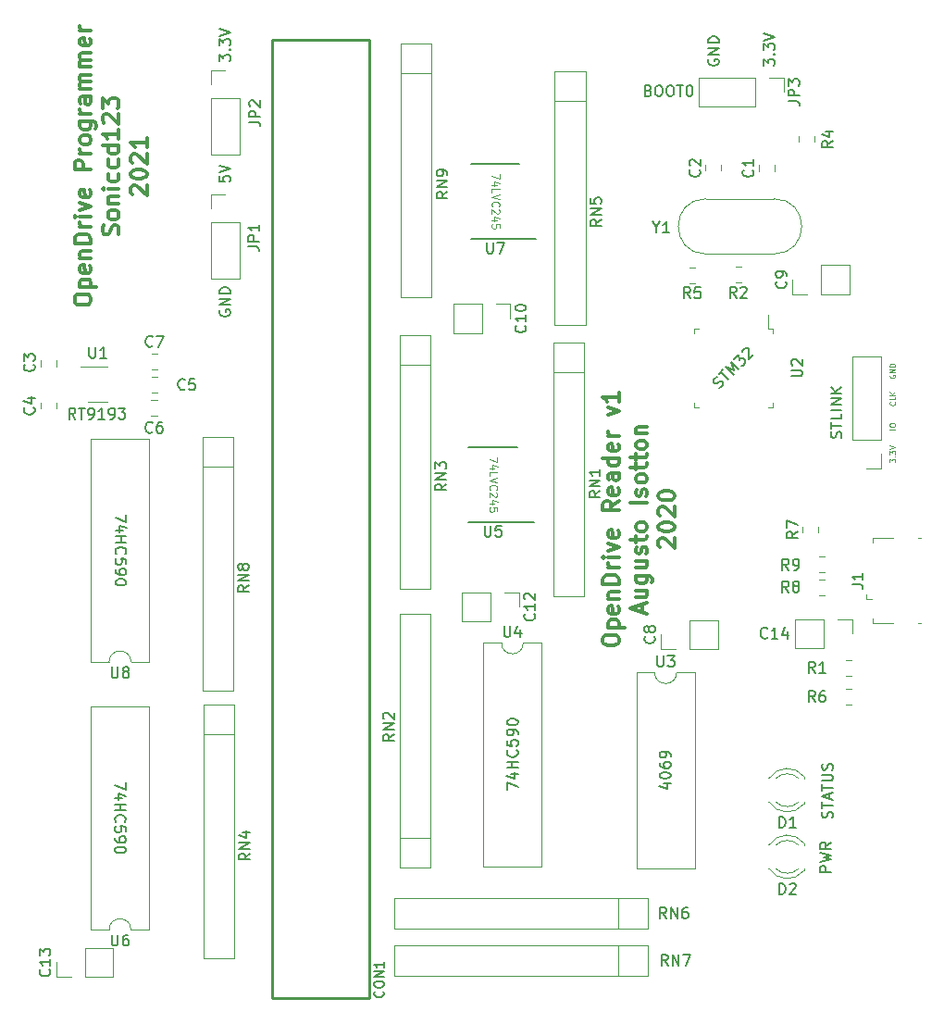
<source format=gbr>
G04 #@! TF.GenerationSoftware,KiCad,Pcbnew,(5.1.4)-1*
G04 #@! TF.CreationDate,2021-02-25T01:02:42-03:00*
G04 #@! TF.ProjectId,Flash,466c6173-682e-46b6-9963-61645f706362,rev?*
G04 #@! TF.SameCoordinates,Original*
G04 #@! TF.FileFunction,Legend,Top*
G04 #@! TF.FilePolarity,Positive*
%FSLAX46Y46*%
G04 Gerber Fmt 4.6, Leading zero omitted, Abs format (unit mm)*
G04 Created by KiCad (PCBNEW (5.1.4)-1) date 2021-02-25 01:02:42*
%MOMM*%
%LPD*%
G04 APERTURE LIST*
%ADD10C,0.300000*%
%ADD11C,0.150000*%
%ADD12C,0.100000*%
%ADD13C,0.120000*%
%ADD14C,0.254000*%
%ADD15C,0.203200*%
G04 APERTURE END LIST*
D10*
X84868171Y-43817428D02*
X84868171Y-43531714D01*
X84939600Y-43388857D01*
X85082457Y-43246000D01*
X85368171Y-43174571D01*
X85868171Y-43174571D01*
X86153885Y-43246000D01*
X86296742Y-43388857D01*
X86368171Y-43531714D01*
X86368171Y-43817428D01*
X86296742Y-43960285D01*
X86153885Y-44103142D01*
X85868171Y-44174571D01*
X85368171Y-44174571D01*
X85082457Y-44103142D01*
X84939600Y-43960285D01*
X84868171Y-43817428D01*
X85368171Y-42531714D02*
X86868171Y-42531714D01*
X85439600Y-42531714D02*
X85368171Y-42388857D01*
X85368171Y-42103142D01*
X85439600Y-41960285D01*
X85511028Y-41888857D01*
X85653885Y-41817428D01*
X86082457Y-41817428D01*
X86225314Y-41888857D01*
X86296742Y-41960285D01*
X86368171Y-42103142D01*
X86368171Y-42388857D01*
X86296742Y-42531714D01*
X86296742Y-40603142D02*
X86368171Y-40746000D01*
X86368171Y-41031714D01*
X86296742Y-41174571D01*
X86153885Y-41246000D01*
X85582457Y-41246000D01*
X85439600Y-41174571D01*
X85368171Y-41031714D01*
X85368171Y-40746000D01*
X85439600Y-40603142D01*
X85582457Y-40531714D01*
X85725314Y-40531714D01*
X85868171Y-41246000D01*
X85368171Y-39888857D02*
X86368171Y-39888857D01*
X85511028Y-39888857D02*
X85439600Y-39817428D01*
X85368171Y-39674571D01*
X85368171Y-39460285D01*
X85439600Y-39317428D01*
X85582457Y-39246000D01*
X86368171Y-39246000D01*
X86368171Y-38531714D02*
X84868171Y-38531714D01*
X84868171Y-38174571D01*
X84939600Y-37960285D01*
X85082457Y-37817428D01*
X85225314Y-37746000D01*
X85511028Y-37674571D01*
X85725314Y-37674571D01*
X86011028Y-37746000D01*
X86153885Y-37817428D01*
X86296742Y-37960285D01*
X86368171Y-38174571D01*
X86368171Y-38531714D01*
X86368171Y-37031714D02*
X85368171Y-37031714D01*
X85653885Y-37031714D02*
X85511028Y-36960285D01*
X85439600Y-36888857D01*
X85368171Y-36746000D01*
X85368171Y-36603142D01*
X86368171Y-36103142D02*
X85368171Y-36103142D01*
X84868171Y-36103142D02*
X84939600Y-36174571D01*
X85011028Y-36103142D01*
X84939600Y-36031714D01*
X84868171Y-36103142D01*
X85011028Y-36103142D01*
X85368171Y-35531714D02*
X86368171Y-35174571D01*
X85368171Y-34817428D01*
X86296742Y-33674571D02*
X86368171Y-33817428D01*
X86368171Y-34103142D01*
X86296742Y-34246000D01*
X86153885Y-34317428D01*
X85582457Y-34317428D01*
X85439600Y-34246000D01*
X85368171Y-34103142D01*
X85368171Y-33817428D01*
X85439600Y-33674571D01*
X85582457Y-33603142D01*
X85725314Y-33603142D01*
X85868171Y-34317428D01*
X86368171Y-31817428D02*
X84868171Y-31817428D01*
X84868171Y-31246000D01*
X84939600Y-31103142D01*
X85011028Y-31031714D01*
X85153885Y-30960285D01*
X85368171Y-30960285D01*
X85511028Y-31031714D01*
X85582457Y-31103142D01*
X85653885Y-31246000D01*
X85653885Y-31817428D01*
X86368171Y-30317428D02*
X85368171Y-30317428D01*
X85653885Y-30317428D02*
X85511028Y-30246000D01*
X85439600Y-30174571D01*
X85368171Y-30031714D01*
X85368171Y-29888857D01*
X86368171Y-29174571D02*
X86296742Y-29317428D01*
X86225314Y-29388857D01*
X86082457Y-29460285D01*
X85653885Y-29460285D01*
X85511028Y-29388857D01*
X85439600Y-29317428D01*
X85368171Y-29174571D01*
X85368171Y-28960285D01*
X85439600Y-28817428D01*
X85511028Y-28746000D01*
X85653885Y-28674571D01*
X86082457Y-28674571D01*
X86225314Y-28746000D01*
X86296742Y-28817428D01*
X86368171Y-28960285D01*
X86368171Y-29174571D01*
X85368171Y-27388857D02*
X86582457Y-27388857D01*
X86725314Y-27460285D01*
X86796742Y-27531714D01*
X86868171Y-27674571D01*
X86868171Y-27888857D01*
X86796742Y-28031714D01*
X86296742Y-27388857D02*
X86368171Y-27531714D01*
X86368171Y-27817428D01*
X86296742Y-27960285D01*
X86225314Y-28031714D01*
X86082457Y-28103142D01*
X85653885Y-28103142D01*
X85511028Y-28031714D01*
X85439600Y-27960285D01*
X85368171Y-27817428D01*
X85368171Y-27531714D01*
X85439600Y-27388857D01*
X86368171Y-26674571D02*
X85368171Y-26674571D01*
X85653885Y-26674571D02*
X85511028Y-26603142D01*
X85439600Y-26531714D01*
X85368171Y-26388857D01*
X85368171Y-26246000D01*
X86368171Y-25103142D02*
X85582457Y-25103142D01*
X85439600Y-25174571D01*
X85368171Y-25317428D01*
X85368171Y-25603142D01*
X85439600Y-25746000D01*
X86296742Y-25103142D02*
X86368171Y-25246000D01*
X86368171Y-25603142D01*
X86296742Y-25746000D01*
X86153885Y-25817428D01*
X86011028Y-25817428D01*
X85868171Y-25746000D01*
X85796742Y-25603142D01*
X85796742Y-25246000D01*
X85725314Y-25103142D01*
X86368171Y-24388857D02*
X85368171Y-24388857D01*
X85511028Y-24388857D02*
X85439600Y-24317428D01*
X85368171Y-24174571D01*
X85368171Y-23960285D01*
X85439600Y-23817428D01*
X85582457Y-23746000D01*
X86368171Y-23746000D01*
X85582457Y-23746000D02*
X85439600Y-23674571D01*
X85368171Y-23531714D01*
X85368171Y-23317428D01*
X85439600Y-23174571D01*
X85582457Y-23103142D01*
X86368171Y-23103142D01*
X86368171Y-22388857D02*
X85368171Y-22388857D01*
X85511028Y-22388857D02*
X85439600Y-22317428D01*
X85368171Y-22174571D01*
X85368171Y-21960285D01*
X85439600Y-21817428D01*
X85582457Y-21746000D01*
X86368171Y-21746000D01*
X85582457Y-21746000D02*
X85439600Y-21674571D01*
X85368171Y-21531714D01*
X85368171Y-21317428D01*
X85439600Y-21174571D01*
X85582457Y-21103142D01*
X86368171Y-21103142D01*
X86296742Y-19817428D02*
X86368171Y-19960285D01*
X86368171Y-20246000D01*
X86296742Y-20388857D01*
X86153885Y-20460285D01*
X85582457Y-20460285D01*
X85439600Y-20388857D01*
X85368171Y-20246000D01*
X85368171Y-19960285D01*
X85439600Y-19817428D01*
X85582457Y-19746000D01*
X85725314Y-19746000D01*
X85868171Y-20460285D01*
X86368171Y-19103142D02*
X85368171Y-19103142D01*
X85653885Y-19103142D02*
X85511028Y-19031714D01*
X85439600Y-18960285D01*
X85368171Y-18817428D01*
X85368171Y-18674571D01*
X88846742Y-37746000D02*
X88918171Y-37531714D01*
X88918171Y-37174571D01*
X88846742Y-37031714D01*
X88775314Y-36960285D01*
X88632457Y-36888857D01*
X88489600Y-36888857D01*
X88346742Y-36960285D01*
X88275314Y-37031714D01*
X88203885Y-37174571D01*
X88132457Y-37460285D01*
X88061028Y-37603142D01*
X87989600Y-37674571D01*
X87846742Y-37746000D01*
X87703885Y-37746000D01*
X87561028Y-37674571D01*
X87489600Y-37603142D01*
X87418171Y-37460285D01*
X87418171Y-37103142D01*
X87489600Y-36888857D01*
X88918171Y-36031714D02*
X88846742Y-36174571D01*
X88775314Y-36246000D01*
X88632457Y-36317428D01*
X88203885Y-36317428D01*
X88061028Y-36246000D01*
X87989600Y-36174571D01*
X87918171Y-36031714D01*
X87918171Y-35817428D01*
X87989600Y-35674571D01*
X88061028Y-35603142D01*
X88203885Y-35531714D01*
X88632457Y-35531714D01*
X88775314Y-35603142D01*
X88846742Y-35674571D01*
X88918171Y-35817428D01*
X88918171Y-36031714D01*
X87918171Y-34888857D02*
X88918171Y-34888857D01*
X88061028Y-34888857D02*
X87989600Y-34817428D01*
X87918171Y-34674571D01*
X87918171Y-34460285D01*
X87989600Y-34317428D01*
X88132457Y-34246000D01*
X88918171Y-34246000D01*
X88918171Y-33531714D02*
X87918171Y-33531714D01*
X87418171Y-33531714D02*
X87489600Y-33603142D01*
X87561028Y-33531714D01*
X87489600Y-33460285D01*
X87418171Y-33531714D01*
X87561028Y-33531714D01*
X88846742Y-32174571D02*
X88918171Y-32317428D01*
X88918171Y-32603142D01*
X88846742Y-32746000D01*
X88775314Y-32817428D01*
X88632457Y-32888857D01*
X88203885Y-32888857D01*
X88061028Y-32817428D01*
X87989600Y-32746000D01*
X87918171Y-32603142D01*
X87918171Y-32317428D01*
X87989600Y-32174571D01*
X88846742Y-30888857D02*
X88918171Y-31031714D01*
X88918171Y-31317428D01*
X88846742Y-31460285D01*
X88775314Y-31531714D01*
X88632457Y-31603142D01*
X88203885Y-31603142D01*
X88061028Y-31531714D01*
X87989600Y-31460285D01*
X87918171Y-31317428D01*
X87918171Y-31031714D01*
X87989600Y-30888857D01*
X88918171Y-29603142D02*
X87418171Y-29603142D01*
X88846742Y-29603142D02*
X88918171Y-29746000D01*
X88918171Y-30031714D01*
X88846742Y-30174571D01*
X88775314Y-30246000D01*
X88632457Y-30317428D01*
X88203885Y-30317428D01*
X88061028Y-30246000D01*
X87989600Y-30174571D01*
X87918171Y-30031714D01*
X87918171Y-29746000D01*
X87989600Y-29603142D01*
X88918171Y-28103142D02*
X88918171Y-28960285D01*
X88918171Y-28531714D02*
X87418171Y-28531714D01*
X87632457Y-28674571D01*
X87775314Y-28817428D01*
X87846742Y-28960285D01*
X87561028Y-27531714D02*
X87489600Y-27460285D01*
X87418171Y-27317428D01*
X87418171Y-26960285D01*
X87489600Y-26817428D01*
X87561028Y-26746000D01*
X87703885Y-26674571D01*
X87846742Y-26674571D01*
X88061028Y-26746000D01*
X88918171Y-27603142D01*
X88918171Y-26674571D01*
X87418171Y-26174571D02*
X87418171Y-25246000D01*
X87989600Y-25746000D01*
X87989600Y-25531714D01*
X88061028Y-25388857D01*
X88132457Y-25317428D01*
X88275314Y-25246000D01*
X88632457Y-25246000D01*
X88775314Y-25317428D01*
X88846742Y-25388857D01*
X88918171Y-25531714D01*
X88918171Y-25960285D01*
X88846742Y-26103142D01*
X88775314Y-26174571D01*
X90111028Y-34067428D02*
X90039600Y-33996000D01*
X89968171Y-33853142D01*
X89968171Y-33496000D01*
X90039600Y-33353142D01*
X90111028Y-33281714D01*
X90253885Y-33210285D01*
X90396742Y-33210285D01*
X90611028Y-33281714D01*
X91468171Y-34138857D01*
X91468171Y-33210285D01*
X89968171Y-32281714D02*
X89968171Y-32138857D01*
X90039600Y-31996000D01*
X90111028Y-31924571D01*
X90253885Y-31853142D01*
X90539600Y-31781714D01*
X90896742Y-31781714D01*
X91182457Y-31853142D01*
X91325314Y-31924571D01*
X91396742Y-31996000D01*
X91468171Y-32138857D01*
X91468171Y-32281714D01*
X91396742Y-32424571D01*
X91325314Y-32496000D01*
X91182457Y-32567428D01*
X90896742Y-32638857D01*
X90539600Y-32638857D01*
X90253885Y-32567428D01*
X90111028Y-32496000D01*
X90039600Y-32424571D01*
X89968171Y-32281714D01*
X90111028Y-31210285D02*
X90039600Y-31138857D01*
X89968171Y-30996000D01*
X89968171Y-30638857D01*
X90039600Y-30496000D01*
X90111028Y-30424571D01*
X90253885Y-30353142D01*
X90396742Y-30353142D01*
X90611028Y-30424571D01*
X91468171Y-31281714D01*
X91468171Y-30353142D01*
X91468171Y-28924571D02*
X91468171Y-29781714D01*
X91468171Y-29353142D02*
X89968171Y-29353142D01*
X90182457Y-29496000D01*
X90325314Y-29638857D01*
X90396742Y-29781714D01*
D11*
X84942609Y-54605180D02*
X84609276Y-54128990D01*
X84371180Y-54605180D02*
X84371180Y-53605180D01*
X84752133Y-53605180D01*
X84847371Y-53652800D01*
X84894990Y-53700419D01*
X84942609Y-53795657D01*
X84942609Y-53938514D01*
X84894990Y-54033752D01*
X84847371Y-54081371D01*
X84752133Y-54128990D01*
X84371180Y-54128990D01*
X85228323Y-53605180D02*
X85799752Y-53605180D01*
X85514038Y-54605180D02*
X85514038Y-53605180D01*
X86180704Y-54605180D02*
X86371180Y-54605180D01*
X86466419Y-54557561D01*
X86514038Y-54509942D01*
X86609276Y-54367085D01*
X86656895Y-54176609D01*
X86656895Y-53795657D01*
X86609276Y-53700419D01*
X86561657Y-53652800D01*
X86466419Y-53605180D01*
X86275942Y-53605180D01*
X86180704Y-53652800D01*
X86133085Y-53700419D01*
X86085466Y-53795657D01*
X86085466Y-54033752D01*
X86133085Y-54128990D01*
X86180704Y-54176609D01*
X86275942Y-54224228D01*
X86466419Y-54224228D01*
X86561657Y-54176609D01*
X86609276Y-54128990D01*
X86656895Y-54033752D01*
X87609276Y-54605180D02*
X87037847Y-54605180D01*
X87323561Y-54605180D02*
X87323561Y-53605180D01*
X87228323Y-53748038D01*
X87133085Y-53843276D01*
X87037847Y-53890895D01*
X88085466Y-54605180D02*
X88275942Y-54605180D01*
X88371180Y-54557561D01*
X88418800Y-54509942D01*
X88514038Y-54367085D01*
X88561657Y-54176609D01*
X88561657Y-53795657D01*
X88514038Y-53700419D01*
X88466419Y-53652800D01*
X88371180Y-53605180D01*
X88180704Y-53605180D01*
X88085466Y-53652800D01*
X88037847Y-53700419D01*
X87990228Y-53795657D01*
X87990228Y-54033752D01*
X88037847Y-54128990D01*
X88085466Y-54176609D01*
X88180704Y-54224228D01*
X88371180Y-54224228D01*
X88466419Y-54176609D01*
X88514038Y-54128990D01*
X88561657Y-54033752D01*
X88894990Y-53605180D02*
X89514038Y-53605180D01*
X89180704Y-53986133D01*
X89323561Y-53986133D01*
X89418800Y-54033752D01*
X89466419Y-54081371D01*
X89514038Y-54176609D01*
X89514038Y-54414704D01*
X89466419Y-54509942D01*
X89418800Y-54557561D01*
X89323561Y-54605180D01*
X89037847Y-54605180D01*
X88942609Y-54557561D01*
X88894990Y-54509942D01*
X143872909Y-51771510D02*
X144007596Y-51704166D01*
X144175955Y-51535808D01*
X144209626Y-51434792D01*
X144209626Y-51367449D01*
X144175955Y-51266434D01*
X144108611Y-51199090D01*
X144007596Y-51165418D01*
X143940252Y-51165418D01*
X143839237Y-51199090D01*
X143670878Y-51300105D01*
X143569863Y-51333777D01*
X143502520Y-51333777D01*
X143401504Y-51300105D01*
X143334161Y-51232762D01*
X143300489Y-51131747D01*
X143300489Y-51064403D01*
X143334161Y-50963388D01*
X143502520Y-50795029D01*
X143637207Y-50727686D01*
X143805565Y-50491983D02*
X144209626Y-50087922D01*
X144714703Y-50997060D02*
X144007596Y-50289953D01*
X145152435Y-50559327D02*
X144445329Y-49852220D01*
X145186107Y-50121594D01*
X144916733Y-49380816D01*
X145623840Y-50087922D01*
X145186107Y-49111442D02*
X145623840Y-48673709D01*
X145657512Y-49178785D01*
X145758527Y-49077770D01*
X145859542Y-49044098D01*
X145926886Y-49044098D01*
X146027901Y-49077770D01*
X146196260Y-49246129D01*
X146229931Y-49347144D01*
X146229931Y-49414487D01*
X146196260Y-49515503D01*
X145994229Y-49717533D01*
X145893214Y-49751205D01*
X145825870Y-49751205D01*
X145960557Y-48471678D02*
X145960557Y-48404335D01*
X145994229Y-48303320D01*
X146162588Y-48134961D01*
X146263603Y-48101289D01*
X146330947Y-48101289D01*
X146431962Y-48134961D01*
X146499305Y-48202304D01*
X146566649Y-48336991D01*
X146566649Y-49145113D01*
X147004382Y-48707381D01*
X138723714Y-87953695D02*
X139390380Y-87953695D01*
X138342761Y-88191790D02*
X139057047Y-88429885D01*
X139057047Y-87810838D01*
X138390380Y-87239409D02*
X138390380Y-87144171D01*
X138438000Y-87048933D01*
X138485619Y-87001314D01*
X138580857Y-86953695D01*
X138771333Y-86906076D01*
X139009428Y-86906076D01*
X139199904Y-86953695D01*
X139295142Y-87001314D01*
X139342761Y-87048933D01*
X139390380Y-87144171D01*
X139390380Y-87239409D01*
X139342761Y-87334647D01*
X139295142Y-87382266D01*
X139199904Y-87429885D01*
X139009428Y-87477504D01*
X138771333Y-87477504D01*
X138580857Y-87429885D01*
X138485619Y-87382266D01*
X138438000Y-87334647D01*
X138390380Y-87239409D01*
X138390380Y-86048933D02*
X138390380Y-86239409D01*
X138438000Y-86334647D01*
X138485619Y-86382266D01*
X138628476Y-86477504D01*
X138818952Y-86525123D01*
X139199904Y-86525123D01*
X139295142Y-86477504D01*
X139342761Y-86429885D01*
X139390380Y-86334647D01*
X139390380Y-86144171D01*
X139342761Y-86048933D01*
X139295142Y-86001314D01*
X139199904Y-85953695D01*
X138961809Y-85953695D01*
X138866571Y-86001314D01*
X138818952Y-86048933D01*
X138771333Y-86144171D01*
X138771333Y-86334647D01*
X138818952Y-86429885D01*
X138866571Y-86477504D01*
X138961809Y-86525123D01*
X139390380Y-85477504D02*
X139390380Y-85287028D01*
X139342761Y-85191790D01*
X139295142Y-85144171D01*
X139152285Y-85048933D01*
X138961809Y-85001314D01*
X138580857Y-85001314D01*
X138485619Y-85048933D01*
X138438000Y-85096552D01*
X138390380Y-85191790D01*
X138390380Y-85382266D01*
X138438000Y-85477504D01*
X138485619Y-85525123D01*
X138580857Y-85572742D01*
X138818952Y-85572742D01*
X138914190Y-85525123D01*
X138961809Y-85477504D01*
X139009428Y-85382266D01*
X139009428Y-85191790D01*
X138961809Y-85096552D01*
X138914190Y-85048933D01*
X138818952Y-85001314D01*
D12*
X123725733Y-32196400D02*
X123725733Y-32663066D01*
X123025733Y-32363066D01*
X123492400Y-33229733D02*
X123025733Y-33229733D01*
X123759066Y-33063066D02*
X123259066Y-32896400D01*
X123259066Y-33329733D01*
X123025733Y-33929733D02*
X123025733Y-33596400D01*
X123725733Y-33596400D01*
X123725733Y-34063066D02*
X123025733Y-34296400D01*
X123725733Y-34529733D01*
X123092400Y-35163066D02*
X123059066Y-35129733D01*
X123025733Y-35029733D01*
X123025733Y-34963066D01*
X123059066Y-34863066D01*
X123125733Y-34796400D01*
X123192400Y-34763066D01*
X123325733Y-34729733D01*
X123425733Y-34729733D01*
X123559066Y-34763066D01*
X123625733Y-34796400D01*
X123692400Y-34863066D01*
X123725733Y-34963066D01*
X123725733Y-35029733D01*
X123692400Y-35129733D01*
X123659066Y-35163066D01*
X123659066Y-35429733D02*
X123692400Y-35463066D01*
X123725733Y-35529733D01*
X123725733Y-35696400D01*
X123692400Y-35763066D01*
X123659066Y-35796400D01*
X123592400Y-35829733D01*
X123525733Y-35829733D01*
X123425733Y-35796400D01*
X123025733Y-35396400D01*
X123025733Y-35829733D01*
X123492400Y-36429733D02*
X123025733Y-36429733D01*
X123759066Y-36263066D02*
X123259066Y-36096400D01*
X123259066Y-36529733D01*
X123725733Y-37129733D02*
X123725733Y-36796400D01*
X123392400Y-36763066D01*
X123425733Y-36796400D01*
X123459066Y-36863066D01*
X123459066Y-37029733D01*
X123425733Y-37096400D01*
X123392400Y-37129733D01*
X123325733Y-37163066D01*
X123159066Y-37163066D01*
X123092400Y-37129733D01*
X123059066Y-37096400D01*
X123025733Y-37029733D01*
X123025733Y-36863066D01*
X123059066Y-36796400D01*
X123092400Y-36763066D01*
X123522533Y-58104400D02*
X123522533Y-58571066D01*
X122822533Y-58271066D01*
X123289200Y-59137733D02*
X122822533Y-59137733D01*
X123555866Y-58971066D02*
X123055866Y-58804400D01*
X123055866Y-59237733D01*
X122822533Y-59837733D02*
X122822533Y-59504400D01*
X123522533Y-59504400D01*
X123522533Y-59971066D02*
X122822533Y-60204400D01*
X123522533Y-60437733D01*
X122889200Y-61071066D02*
X122855866Y-61037733D01*
X122822533Y-60937733D01*
X122822533Y-60871066D01*
X122855866Y-60771066D01*
X122922533Y-60704400D01*
X122989200Y-60671066D01*
X123122533Y-60637733D01*
X123222533Y-60637733D01*
X123355866Y-60671066D01*
X123422533Y-60704400D01*
X123489200Y-60771066D01*
X123522533Y-60871066D01*
X123522533Y-60937733D01*
X123489200Y-61037733D01*
X123455866Y-61071066D01*
X123455866Y-61337733D02*
X123489200Y-61371066D01*
X123522533Y-61437733D01*
X123522533Y-61604400D01*
X123489200Y-61671066D01*
X123455866Y-61704400D01*
X123389200Y-61737733D01*
X123322533Y-61737733D01*
X123222533Y-61704400D01*
X122822533Y-61304400D01*
X122822533Y-61737733D01*
X123289200Y-62337733D02*
X122822533Y-62337733D01*
X123555866Y-62171066D02*
X123055866Y-62004400D01*
X123055866Y-62437733D01*
X123522533Y-63037733D02*
X123522533Y-62704400D01*
X123189200Y-62671066D01*
X123222533Y-62704400D01*
X123255866Y-62771066D01*
X123255866Y-62937733D01*
X123222533Y-63004400D01*
X123189200Y-63037733D01*
X123122533Y-63071066D01*
X122955866Y-63071066D01*
X122889200Y-63037733D01*
X122855866Y-63004400D01*
X122822533Y-62937733D01*
X122822533Y-62771066D01*
X122855866Y-62704400D01*
X122889200Y-62671066D01*
D11*
X89600019Y-63336895D02*
X89600019Y-64003561D01*
X88600019Y-63574990D01*
X89266685Y-64813085D02*
X88600019Y-64813085D01*
X89647638Y-64574990D02*
X88933352Y-64336895D01*
X88933352Y-64955942D01*
X88600019Y-65336895D02*
X89600019Y-65336895D01*
X89123828Y-65336895D02*
X89123828Y-65908323D01*
X88600019Y-65908323D02*
X89600019Y-65908323D01*
X88695257Y-66955942D02*
X88647638Y-66908323D01*
X88600019Y-66765466D01*
X88600019Y-66670228D01*
X88647638Y-66527371D01*
X88742876Y-66432133D01*
X88838114Y-66384514D01*
X89028590Y-66336895D01*
X89171447Y-66336895D01*
X89361923Y-66384514D01*
X89457161Y-66432133D01*
X89552400Y-66527371D01*
X89600019Y-66670228D01*
X89600019Y-66765466D01*
X89552400Y-66908323D01*
X89504780Y-66955942D01*
X89600019Y-67860704D02*
X89600019Y-67384514D01*
X89123828Y-67336895D01*
X89171447Y-67384514D01*
X89219066Y-67479752D01*
X89219066Y-67717847D01*
X89171447Y-67813085D01*
X89123828Y-67860704D01*
X89028590Y-67908323D01*
X88790495Y-67908323D01*
X88695257Y-67860704D01*
X88647638Y-67813085D01*
X88600019Y-67717847D01*
X88600019Y-67479752D01*
X88647638Y-67384514D01*
X88695257Y-67336895D01*
X88600019Y-68384514D02*
X88600019Y-68574990D01*
X88647638Y-68670228D01*
X88695257Y-68717847D01*
X88838114Y-68813085D01*
X89028590Y-68860704D01*
X89409542Y-68860704D01*
X89504780Y-68813085D01*
X89552400Y-68765466D01*
X89600019Y-68670228D01*
X89600019Y-68479752D01*
X89552400Y-68384514D01*
X89504780Y-68336895D01*
X89409542Y-68289276D01*
X89171447Y-68289276D01*
X89076209Y-68336895D01*
X89028590Y-68384514D01*
X88980971Y-68479752D01*
X88980971Y-68670228D01*
X89028590Y-68765466D01*
X89076209Y-68813085D01*
X89171447Y-68860704D01*
X89600019Y-69479752D02*
X89600019Y-69574990D01*
X89552400Y-69670228D01*
X89504780Y-69717847D01*
X89409542Y-69765466D01*
X89219066Y-69813085D01*
X88980971Y-69813085D01*
X88790495Y-69765466D01*
X88695257Y-69717847D01*
X88647638Y-69670228D01*
X88600019Y-69574990D01*
X88600019Y-69479752D01*
X88647638Y-69384514D01*
X88695257Y-69336895D01*
X88790495Y-69289276D01*
X88980971Y-69241657D01*
X89219066Y-69241657D01*
X89409542Y-69289276D01*
X89504780Y-69336895D01*
X89552400Y-69384514D01*
X89600019Y-69479752D01*
X89549219Y-87822495D02*
X89549219Y-88489161D01*
X88549219Y-88060590D01*
X89215885Y-89298685D02*
X88549219Y-89298685D01*
X89596838Y-89060590D02*
X88882552Y-88822495D01*
X88882552Y-89441542D01*
X88549219Y-89822495D02*
X89549219Y-89822495D01*
X89073028Y-89822495D02*
X89073028Y-90393923D01*
X88549219Y-90393923D02*
X89549219Y-90393923D01*
X88644457Y-91441542D02*
X88596838Y-91393923D01*
X88549219Y-91251066D01*
X88549219Y-91155828D01*
X88596838Y-91012971D01*
X88692076Y-90917733D01*
X88787314Y-90870114D01*
X88977790Y-90822495D01*
X89120647Y-90822495D01*
X89311123Y-90870114D01*
X89406361Y-90917733D01*
X89501600Y-91012971D01*
X89549219Y-91155828D01*
X89549219Y-91251066D01*
X89501600Y-91393923D01*
X89453980Y-91441542D01*
X89549219Y-92346304D02*
X89549219Y-91870114D01*
X89073028Y-91822495D01*
X89120647Y-91870114D01*
X89168266Y-91965352D01*
X89168266Y-92203447D01*
X89120647Y-92298685D01*
X89073028Y-92346304D01*
X88977790Y-92393923D01*
X88739695Y-92393923D01*
X88644457Y-92346304D01*
X88596838Y-92298685D01*
X88549219Y-92203447D01*
X88549219Y-91965352D01*
X88596838Y-91870114D01*
X88644457Y-91822495D01*
X88549219Y-92870114D02*
X88549219Y-93060590D01*
X88596838Y-93155828D01*
X88644457Y-93203447D01*
X88787314Y-93298685D01*
X88977790Y-93346304D01*
X89358742Y-93346304D01*
X89453980Y-93298685D01*
X89501600Y-93251066D01*
X89549219Y-93155828D01*
X89549219Y-92965352D01*
X89501600Y-92870114D01*
X89453980Y-92822495D01*
X89358742Y-92774876D01*
X89120647Y-92774876D01*
X89025409Y-92822495D01*
X88977790Y-92870114D01*
X88930171Y-92965352D01*
X88930171Y-93155828D01*
X88977790Y-93251066D01*
X89025409Y-93298685D01*
X89120647Y-93346304D01*
X89549219Y-93965352D02*
X89549219Y-94060590D01*
X89501600Y-94155828D01*
X89453980Y-94203447D01*
X89358742Y-94251066D01*
X89168266Y-94298685D01*
X88930171Y-94298685D01*
X88739695Y-94251066D01*
X88644457Y-94203447D01*
X88596838Y-94155828D01*
X88549219Y-94060590D01*
X88549219Y-93965352D01*
X88596838Y-93870114D01*
X88644457Y-93822495D01*
X88739695Y-93774876D01*
X88930171Y-93727257D01*
X89168266Y-93727257D01*
X89358742Y-93774876D01*
X89453980Y-93822495D01*
X89501600Y-93870114D01*
X89549219Y-93965352D01*
X124420380Y-88504304D02*
X124420380Y-87837638D01*
X125420380Y-88266209D01*
X124753714Y-87028114D02*
X125420380Y-87028114D01*
X124372761Y-87266209D02*
X125087047Y-87504304D01*
X125087047Y-86885257D01*
X125420380Y-86504304D02*
X124420380Y-86504304D01*
X124896571Y-86504304D02*
X124896571Y-85932876D01*
X125420380Y-85932876D02*
X124420380Y-85932876D01*
X125325142Y-84885257D02*
X125372761Y-84932876D01*
X125420380Y-85075733D01*
X125420380Y-85170971D01*
X125372761Y-85313828D01*
X125277523Y-85409066D01*
X125182285Y-85456685D01*
X124991809Y-85504304D01*
X124848952Y-85504304D01*
X124658476Y-85456685D01*
X124563238Y-85409066D01*
X124468000Y-85313828D01*
X124420380Y-85170971D01*
X124420380Y-85075733D01*
X124468000Y-84932876D01*
X124515619Y-84885257D01*
X124420380Y-83980495D02*
X124420380Y-84456685D01*
X124896571Y-84504304D01*
X124848952Y-84456685D01*
X124801333Y-84361447D01*
X124801333Y-84123352D01*
X124848952Y-84028114D01*
X124896571Y-83980495D01*
X124991809Y-83932876D01*
X125229904Y-83932876D01*
X125325142Y-83980495D01*
X125372761Y-84028114D01*
X125420380Y-84123352D01*
X125420380Y-84361447D01*
X125372761Y-84456685D01*
X125325142Y-84504304D01*
X125420380Y-83456685D02*
X125420380Y-83266209D01*
X125372761Y-83170971D01*
X125325142Y-83123352D01*
X125182285Y-83028114D01*
X124991809Y-82980495D01*
X124610857Y-82980495D01*
X124515619Y-83028114D01*
X124468000Y-83075733D01*
X124420380Y-83170971D01*
X124420380Y-83361447D01*
X124468000Y-83456685D01*
X124515619Y-83504304D01*
X124610857Y-83551923D01*
X124848952Y-83551923D01*
X124944190Y-83504304D01*
X124991809Y-83456685D01*
X125039428Y-83361447D01*
X125039428Y-83170971D01*
X124991809Y-83075733D01*
X124944190Y-83028114D01*
X124848952Y-82980495D01*
X124420380Y-82361447D02*
X124420380Y-82266209D01*
X124468000Y-82170971D01*
X124515619Y-82123352D01*
X124610857Y-82075733D01*
X124801333Y-82028114D01*
X125039428Y-82028114D01*
X125229904Y-82075733D01*
X125325142Y-82123352D01*
X125372761Y-82170971D01*
X125420380Y-82266209D01*
X125420380Y-82361447D01*
X125372761Y-82456685D01*
X125325142Y-82504304D01*
X125229904Y-82551923D01*
X125039428Y-82599542D01*
X124801333Y-82599542D01*
X124610857Y-82551923D01*
X124515619Y-82504304D01*
X124468000Y-82456685D01*
X124420380Y-82361447D01*
D10*
X133178971Y-74968285D02*
X133178971Y-74682571D01*
X133250400Y-74539714D01*
X133393257Y-74396857D01*
X133678971Y-74325428D01*
X134178971Y-74325428D01*
X134464685Y-74396857D01*
X134607542Y-74539714D01*
X134678971Y-74682571D01*
X134678971Y-74968285D01*
X134607542Y-75111142D01*
X134464685Y-75254000D01*
X134178971Y-75325428D01*
X133678971Y-75325428D01*
X133393257Y-75254000D01*
X133250400Y-75111142D01*
X133178971Y-74968285D01*
X133678971Y-73682571D02*
X135178971Y-73682571D01*
X133750400Y-73682571D02*
X133678971Y-73539714D01*
X133678971Y-73254000D01*
X133750400Y-73111142D01*
X133821828Y-73039714D01*
X133964685Y-72968285D01*
X134393257Y-72968285D01*
X134536114Y-73039714D01*
X134607542Y-73111142D01*
X134678971Y-73254000D01*
X134678971Y-73539714D01*
X134607542Y-73682571D01*
X134607542Y-71754000D02*
X134678971Y-71896857D01*
X134678971Y-72182571D01*
X134607542Y-72325428D01*
X134464685Y-72396857D01*
X133893257Y-72396857D01*
X133750400Y-72325428D01*
X133678971Y-72182571D01*
X133678971Y-71896857D01*
X133750400Y-71754000D01*
X133893257Y-71682571D01*
X134036114Y-71682571D01*
X134178971Y-72396857D01*
X133678971Y-71039714D02*
X134678971Y-71039714D01*
X133821828Y-71039714D02*
X133750400Y-70968285D01*
X133678971Y-70825428D01*
X133678971Y-70611142D01*
X133750400Y-70468285D01*
X133893257Y-70396857D01*
X134678971Y-70396857D01*
X134678971Y-69682571D02*
X133178971Y-69682571D01*
X133178971Y-69325428D01*
X133250400Y-69111142D01*
X133393257Y-68968285D01*
X133536114Y-68896857D01*
X133821828Y-68825428D01*
X134036114Y-68825428D01*
X134321828Y-68896857D01*
X134464685Y-68968285D01*
X134607542Y-69111142D01*
X134678971Y-69325428D01*
X134678971Y-69682571D01*
X134678971Y-68182571D02*
X133678971Y-68182571D01*
X133964685Y-68182571D02*
X133821828Y-68111142D01*
X133750400Y-68039714D01*
X133678971Y-67896857D01*
X133678971Y-67754000D01*
X134678971Y-67254000D02*
X133678971Y-67254000D01*
X133178971Y-67254000D02*
X133250400Y-67325428D01*
X133321828Y-67254000D01*
X133250400Y-67182571D01*
X133178971Y-67254000D01*
X133321828Y-67254000D01*
X133678971Y-66682571D02*
X134678971Y-66325428D01*
X133678971Y-65968285D01*
X134607542Y-64825428D02*
X134678971Y-64968285D01*
X134678971Y-65254000D01*
X134607542Y-65396857D01*
X134464685Y-65468285D01*
X133893257Y-65468285D01*
X133750400Y-65396857D01*
X133678971Y-65254000D01*
X133678971Y-64968285D01*
X133750400Y-64825428D01*
X133893257Y-64754000D01*
X134036114Y-64754000D01*
X134178971Y-65468285D01*
X134678971Y-62111142D02*
X133964685Y-62611142D01*
X134678971Y-62968285D02*
X133178971Y-62968285D01*
X133178971Y-62396857D01*
X133250400Y-62254000D01*
X133321828Y-62182571D01*
X133464685Y-62111142D01*
X133678971Y-62111142D01*
X133821828Y-62182571D01*
X133893257Y-62254000D01*
X133964685Y-62396857D01*
X133964685Y-62968285D01*
X134607542Y-60896857D02*
X134678971Y-61039714D01*
X134678971Y-61325428D01*
X134607542Y-61468285D01*
X134464685Y-61539714D01*
X133893257Y-61539714D01*
X133750400Y-61468285D01*
X133678971Y-61325428D01*
X133678971Y-61039714D01*
X133750400Y-60896857D01*
X133893257Y-60825428D01*
X134036114Y-60825428D01*
X134178971Y-61539714D01*
X134678971Y-59539714D02*
X133893257Y-59539714D01*
X133750400Y-59611142D01*
X133678971Y-59754000D01*
X133678971Y-60039714D01*
X133750400Y-60182571D01*
X134607542Y-59539714D02*
X134678971Y-59682571D01*
X134678971Y-60039714D01*
X134607542Y-60182571D01*
X134464685Y-60254000D01*
X134321828Y-60254000D01*
X134178971Y-60182571D01*
X134107542Y-60039714D01*
X134107542Y-59682571D01*
X134036114Y-59539714D01*
X134678971Y-58182571D02*
X133178971Y-58182571D01*
X134607542Y-58182571D02*
X134678971Y-58325428D01*
X134678971Y-58611142D01*
X134607542Y-58754000D01*
X134536114Y-58825428D01*
X134393257Y-58896857D01*
X133964685Y-58896857D01*
X133821828Y-58825428D01*
X133750400Y-58754000D01*
X133678971Y-58611142D01*
X133678971Y-58325428D01*
X133750400Y-58182571D01*
X134607542Y-56896857D02*
X134678971Y-57039714D01*
X134678971Y-57325428D01*
X134607542Y-57468285D01*
X134464685Y-57539714D01*
X133893257Y-57539714D01*
X133750400Y-57468285D01*
X133678971Y-57325428D01*
X133678971Y-57039714D01*
X133750400Y-56896857D01*
X133893257Y-56825428D01*
X134036114Y-56825428D01*
X134178971Y-57539714D01*
X134678971Y-56182571D02*
X133678971Y-56182571D01*
X133964685Y-56182571D02*
X133821828Y-56111142D01*
X133750400Y-56039714D01*
X133678971Y-55896857D01*
X133678971Y-55754000D01*
X133678971Y-54254000D02*
X134678971Y-53896857D01*
X133678971Y-53539714D01*
X134678971Y-52182571D02*
X134678971Y-53039714D01*
X134678971Y-52611142D02*
X133178971Y-52611142D01*
X133393257Y-52754000D01*
X133536114Y-52896857D01*
X133607542Y-53039714D01*
X136800400Y-72289714D02*
X136800400Y-71575428D01*
X137228971Y-72432571D02*
X135728971Y-71932571D01*
X137228971Y-71432571D01*
X136228971Y-70289714D02*
X137228971Y-70289714D01*
X136228971Y-70932571D02*
X137014685Y-70932571D01*
X137157542Y-70861142D01*
X137228971Y-70718285D01*
X137228971Y-70504000D01*
X137157542Y-70361142D01*
X137086114Y-70289714D01*
X136228971Y-68932571D02*
X137443257Y-68932571D01*
X137586114Y-69004000D01*
X137657542Y-69075428D01*
X137728971Y-69218285D01*
X137728971Y-69432571D01*
X137657542Y-69575428D01*
X137157542Y-68932571D02*
X137228971Y-69075428D01*
X137228971Y-69361142D01*
X137157542Y-69504000D01*
X137086114Y-69575428D01*
X136943257Y-69646857D01*
X136514685Y-69646857D01*
X136371828Y-69575428D01*
X136300400Y-69504000D01*
X136228971Y-69361142D01*
X136228971Y-69075428D01*
X136300400Y-68932571D01*
X136228971Y-67575428D02*
X137228971Y-67575428D01*
X136228971Y-68218285D02*
X137014685Y-68218285D01*
X137157542Y-68146857D01*
X137228971Y-68004000D01*
X137228971Y-67789714D01*
X137157542Y-67646857D01*
X137086114Y-67575428D01*
X137157542Y-66932571D02*
X137228971Y-66789714D01*
X137228971Y-66504000D01*
X137157542Y-66361142D01*
X137014685Y-66289714D01*
X136943257Y-66289714D01*
X136800400Y-66361142D01*
X136728971Y-66504000D01*
X136728971Y-66718285D01*
X136657542Y-66861142D01*
X136514685Y-66932571D01*
X136443257Y-66932571D01*
X136300400Y-66861142D01*
X136228971Y-66718285D01*
X136228971Y-66504000D01*
X136300400Y-66361142D01*
X136228971Y-65861142D02*
X136228971Y-65289714D01*
X135728971Y-65646857D02*
X137014685Y-65646857D01*
X137157542Y-65575428D01*
X137228971Y-65432571D01*
X137228971Y-65289714D01*
X137228971Y-64575428D02*
X137157542Y-64718285D01*
X137086114Y-64789714D01*
X136943257Y-64861142D01*
X136514685Y-64861142D01*
X136371828Y-64789714D01*
X136300400Y-64718285D01*
X136228971Y-64575428D01*
X136228971Y-64361142D01*
X136300400Y-64218285D01*
X136371828Y-64146857D01*
X136514685Y-64075428D01*
X136943257Y-64075428D01*
X137086114Y-64146857D01*
X137157542Y-64218285D01*
X137228971Y-64361142D01*
X137228971Y-64575428D01*
X137228971Y-62289714D02*
X135728971Y-62289714D01*
X137157542Y-61646857D02*
X137228971Y-61504000D01*
X137228971Y-61218285D01*
X137157542Y-61075428D01*
X137014685Y-61004000D01*
X136943257Y-61004000D01*
X136800400Y-61075428D01*
X136728971Y-61218285D01*
X136728971Y-61432571D01*
X136657542Y-61575428D01*
X136514685Y-61646857D01*
X136443257Y-61646857D01*
X136300400Y-61575428D01*
X136228971Y-61432571D01*
X136228971Y-61218285D01*
X136300400Y-61075428D01*
X137228971Y-60146857D02*
X137157542Y-60289714D01*
X137086114Y-60361142D01*
X136943257Y-60432571D01*
X136514685Y-60432571D01*
X136371828Y-60361142D01*
X136300400Y-60289714D01*
X136228971Y-60146857D01*
X136228971Y-59932571D01*
X136300400Y-59789714D01*
X136371828Y-59718285D01*
X136514685Y-59646857D01*
X136943257Y-59646857D01*
X137086114Y-59718285D01*
X137157542Y-59789714D01*
X137228971Y-59932571D01*
X137228971Y-60146857D01*
X136228971Y-59218285D02*
X136228971Y-58646857D01*
X135728971Y-59004000D02*
X137014685Y-59004000D01*
X137157542Y-58932571D01*
X137228971Y-58789714D01*
X137228971Y-58646857D01*
X136228971Y-58361142D02*
X136228971Y-57789714D01*
X135728971Y-58146857D02*
X137014685Y-58146857D01*
X137157542Y-58075428D01*
X137228971Y-57932571D01*
X137228971Y-57789714D01*
X137228971Y-57075428D02*
X137157542Y-57218285D01*
X137086114Y-57289714D01*
X136943257Y-57361142D01*
X136514685Y-57361142D01*
X136371828Y-57289714D01*
X136300400Y-57218285D01*
X136228971Y-57075428D01*
X136228971Y-56861142D01*
X136300400Y-56718285D01*
X136371828Y-56646857D01*
X136514685Y-56575428D01*
X136943257Y-56575428D01*
X137086114Y-56646857D01*
X137157542Y-56718285D01*
X137228971Y-56861142D01*
X137228971Y-57075428D01*
X136228971Y-55932571D02*
X137228971Y-55932571D01*
X136371828Y-55932571D02*
X136300400Y-55861142D01*
X136228971Y-55718285D01*
X136228971Y-55504000D01*
X136300400Y-55361142D01*
X136443257Y-55289714D01*
X137228971Y-55289714D01*
X138421828Y-66325428D02*
X138350400Y-66254000D01*
X138278971Y-66111142D01*
X138278971Y-65754000D01*
X138350400Y-65611142D01*
X138421828Y-65539714D01*
X138564685Y-65468285D01*
X138707542Y-65468285D01*
X138921828Y-65539714D01*
X139778971Y-66396857D01*
X139778971Y-65468285D01*
X138278971Y-64539714D02*
X138278971Y-64396857D01*
X138350400Y-64254000D01*
X138421828Y-64182571D01*
X138564685Y-64111142D01*
X138850400Y-64039714D01*
X139207542Y-64039714D01*
X139493257Y-64111142D01*
X139636114Y-64182571D01*
X139707542Y-64254000D01*
X139778971Y-64396857D01*
X139778971Y-64539714D01*
X139707542Y-64682571D01*
X139636114Y-64754000D01*
X139493257Y-64825428D01*
X139207542Y-64896857D01*
X138850400Y-64896857D01*
X138564685Y-64825428D01*
X138421828Y-64754000D01*
X138350400Y-64682571D01*
X138278971Y-64539714D01*
X138421828Y-63468285D02*
X138350400Y-63396857D01*
X138278971Y-63254000D01*
X138278971Y-62896857D01*
X138350400Y-62754000D01*
X138421828Y-62682571D01*
X138564685Y-62611142D01*
X138707542Y-62611142D01*
X138921828Y-62682571D01*
X139778971Y-63539714D01*
X139778971Y-62611142D01*
X138278971Y-61682571D02*
X138278971Y-61539714D01*
X138350400Y-61396857D01*
X138421828Y-61325428D01*
X138564685Y-61254000D01*
X138850400Y-61182571D01*
X139207542Y-61182571D01*
X139493257Y-61254000D01*
X139636114Y-61325428D01*
X139707542Y-61396857D01*
X139778971Y-61539714D01*
X139778971Y-61682571D01*
X139707542Y-61825428D01*
X139636114Y-61896857D01*
X139493257Y-61968285D01*
X139207542Y-62039714D01*
X138850400Y-62039714D01*
X138564685Y-61968285D01*
X138421828Y-61896857D01*
X138350400Y-61825428D01*
X138278971Y-61682571D01*
D11*
X98153600Y-44653104D02*
X98105980Y-44748342D01*
X98105980Y-44891200D01*
X98153600Y-45034057D01*
X98248838Y-45129295D01*
X98344076Y-45176914D01*
X98534552Y-45224533D01*
X98677409Y-45224533D01*
X98867885Y-45176914D01*
X98963123Y-45129295D01*
X99058361Y-45034057D01*
X99105980Y-44891200D01*
X99105980Y-44795961D01*
X99058361Y-44653104D01*
X99010742Y-44605485D01*
X98677409Y-44605485D01*
X98677409Y-44795961D01*
X99105980Y-44176914D02*
X98105980Y-44176914D01*
X99105980Y-43605485D01*
X98105980Y-43605485D01*
X99105980Y-43129295D02*
X98105980Y-43129295D01*
X98105980Y-42891200D01*
X98153600Y-42748342D01*
X98248838Y-42653104D01*
X98344076Y-42605485D01*
X98534552Y-42557866D01*
X98677409Y-42557866D01*
X98867885Y-42605485D01*
X98963123Y-42653104D01*
X99058361Y-42748342D01*
X99105980Y-42891200D01*
X99105980Y-43129295D01*
X98105980Y-21897790D02*
X98105980Y-21278742D01*
X98486933Y-21612076D01*
X98486933Y-21469219D01*
X98534552Y-21373980D01*
X98582171Y-21326361D01*
X98677409Y-21278742D01*
X98915504Y-21278742D01*
X99010742Y-21326361D01*
X99058361Y-21373980D01*
X99105980Y-21469219D01*
X99105980Y-21754933D01*
X99058361Y-21850171D01*
X99010742Y-21897790D01*
X99010742Y-20850171D02*
X99058361Y-20802552D01*
X99105980Y-20850171D01*
X99058361Y-20897790D01*
X99010742Y-20850171D01*
X99105980Y-20850171D01*
X98105980Y-20469219D02*
X98105980Y-19850171D01*
X98486933Y-20183504D01*
X98486933Y-20040647D01*
X98534552Y-19945409D01*
X98582171Y-19897790D01*
X98677409Y-19850171D01*
X98915504Y-19850171D01*
X99010742Y-19897790D01*
X99058361Y-19945409D01*
X99105980Y-20040647D01*
X99105980Y-20326361D01*
X99058361Y-20421600D01*
X99010742Y-20469219D01*
X98105980Y-19564457D02*
X99105980Y-19231123D01*
X98105980Y-18897790D01*
X98105980Y-32397676D02*
X98105980Y-32873866D01*
X98582171Y-32921485D01*
X98534552Y-32873866D01*
X98486933Y-32778628D01*
X98486933Y-32540533D01*
X98534552Y-32445295D01*
X98582171Y-32397676D01*
X98677409Y-32350057D01*
X98915504Y-32350057D01*
X99010742Y-32397676D01*
X99058361Y-32445295D01*
X99105980Y-32540533D01*
X99105980Y-32778628D01*
X99058361Y-32873866D01*
X99010742Y-32921485D01*
X98105980Y-32064342D02*
X99105980Y-31731009D01*
X98105980Y-31397676D01*
X147915380Y-22304190D02*
X147915380Y-21685142D01*
X148296333Y-22018476D01*
X148296333Y-21875619D01*
X148343952Y-21780380D01*
X148391571Y-21732761D01*
X148486809Y-21685142D01*
X148724904Y-21685142D01*
X148820142Y-21732761D01*
X148867761Y-21780380D01*
X148915380Y-21875619D01*
X148915380Y-22161333D01*
X148867761Y-22256571D01*
X148820142Y-22304190D01*
X148820142Y-21256571D02*
X148867761Y-21208952D01*
X148915380Y-21256571D01*
X148867761Y-21304190D01*
X148820142Y-21256571D01*
X148915380Y-21256571D01*
X147915380Y-20875619D02*
X147915380Y-20256571D01*
X148296333Y-20589904D01*
X148296333Y-20447047D01*
X148343952Y-20351809D01*
X148391571Y-20304190D01*
X148486809Y-20256571D01*
X148724904Y-20256571D01*
X148820142Y-20304190D01*
X148867761Y-20351809D01*
X148915380Y-20447047D01*
X148915380Y-20732761D01*
X148867761Y-20828000D01*
X148820142Y-20875619D01*
X147915380Y-19970857D02*
X148915380Y-19637523D01*
X147915380Y-19304190D01*
X142883000Y-21716904D02*
X142835380Y-21812142D01*
X142835380Y-21955000D01*
X142883000Y-22097857D01*
X142978238Y-22193095D01*
X143073476Y-22240714D01*
X143263952Y-22288333D01*
X143406809Y-22288333D01*
X143597285Y-22240714D01*
X143692523Y-22193095D01*
X143787761Y-22097857D01*
X143835380Y-21955000D01*
X143835380Y-21859761D01*
X143787761Y-21716904D01*
X143740142Y-21669285D01*
X143406809Y-21669285D01*
X143406809Y-21859761D01*
X143835380Y-21240714D02*
X142835380Y-21240714D01*
X143835380Y-20669285D01*
X142835380Y-20669285D01*
X143835380Y-20193095D02*
X142835380Y-20193095D01*
X142835380Y-19955000D01*
X142883000Y-19812142D01*
X142978238Y-19716904D01*
X143073476Y-19669285D01*
X143263952Y-19621666D01*
X143406809Y-19621666D01*
X143597285Y-19669285D01*
X143692523Y-19716904D01*
X143787761Y-19812142D01*
X143835380Y-19955000D01*
X143835380Y-20193095D01*
X137358666Y-24566571D02*
X137501523Y-24614190D01*
X137549142Y-24661809D01*
X137596761Y-24757047D01*
X137596761Y-24899904D01*
X137549142Y-24995142D01*
X137501523Y-25042761D01*
X137406285Y-25090380D01*
X137025333Y-25090380D01*
X137025333Y-24090380D01*
X137358666Y-24090380D01*
X137453904Y-24138000D01*
X137501523Y-24185619D01*
X137549142Y-24280857D01*
X137549142Y-24376095D01*
X137501523Y-24471333D01*
X137453904Y-24518952D01*
X137358666Y-24566571D01*
X137025333Y-24566571D01*
X138215809Y-24090380D02*
X138406285Y-24090380D01*
X138501523Y-24138000D01*
X138596761Y-24233238D01*
X138644380Y-24423714D01*
X138644380Y-24757047D01*
X138596761Y-24947523D01*
X138501523Y-25042761D01*
X138406285Y-25090380D01*
X138215809Y-25090380D01*
X138120571Y-25042761D01*
X138025333Y-24947523D01*
X137977714Y-24757047D01*
X137977714Y-24423714D01*
X138025333Y-24233238D01*
X138120571Y-24138000D01*
X138215809Y-24090380D01*
X139263428Y-24090380D02*
X139453904Y-24090380D01*
X139549142Y-24138000D01*
X139644380Y-24233238D01*
X139692000Y-24423714D01*
X139692000Y-24757047D01*
X139644380Y-24947523D01*
X139549142Y-25042761D01*
X139453904Y-25090380D01*
X139263428Y-25090380D01*
X139168190Y-25042761D01*
X139072952Y-24947523D01*
X139025333Y-24757047D01*
X139025333Y-24423714D01*
X139072952Y-24233238D01*
X139168190Y-24138000D01*
X139263428Y-24090380D01*
X139977714Y-24090380D02*
X140549142Y-24090380D01*
X140263428Y-25090380D02*
X140263428Y-24090380D01*
X141072952Y-24090380D02*
X141168190Y-24090380D01*
X141263428Y-24138000D01*
X141311047Y-24185619D01*
X141358666Y-24280857D01*
X141406285Y-24471333D01*
X141406285Y-24709428D01*
X141358666Y-24899904D01*
X141311047Y-24995142D01*
X141263428Y-25042761D01*
X141168190Y-25090380D01*
X141072952Y-25090380D01*
X140977714Y-25042761D01*
X140930095Y-24995142D01*
X140882476Y-24899904D01*
X140834857Y-24709428D01*
X140834857Y-24471333D01*
X140882476Y-24280857D01*
X140930095Y-24185619D01*
X140977714Y-24138000D01*
X141072952Y-24090380D01*
D12*
X159465200Y-50571352D02*
X159441390Y-50618971D01*
X159441390Y-50690400D01*
X159465200Y-50761828D01*
X159512819Y-50809447D01*
X159560438Y-50833257D01*
X159655676Y-50857066D01*
X159727104Y-50857066D01*
X159822342Y-50833257D01*
X159869961Y-50809447D01*
X159917580Y-50761828D01*
X159941390Y-50690400D01*
X159941390Y-50642780D01*
X159917580Y-50571352D01*
X159893771Y-50547542D01*
X159727104Y-50547542D01*
X159727104Y-50642780D01*
X159941390Y-50333257D02*
X159441390Y-50333257D01*
X159941390Y-50047542D01*
X159441390Y-50047542D01*
X159941390Y-49809447D02*
X159441390Y-49809447D01*
X159441390Y-49690400D01*
X159465200Y-49618971D01*
X159512819Y-49571352D01*
X159560438Y-49547542D01*
X159655676Y-49523733D01*
X159727104Y-49523733D01*
X159822342Y-49547542D01*
X159869961Y-49571352D01*
X159917580Y-49618971D01*
X159941390Y-49690400D01*
X159941390Y-49809447D01*
X159893771Y-53028019D02*
X159917580Y-53051828D01*
X159941390Y-53123257D01*
X159941390Y-53170876D01*
X159917580Y-53242304D01*
X159869961Y-53289923D01*
X159822342Y-53313733D01*
X159727104Y-53337542D01*
X159655676Y-53337542D01*
X159560438Y-53313733D01*
X159512819Y-53289923D01*
X159465200Y-53242304D01*
X159441390Y-53170876D01*
X159441390Y-53123257D01*
X159465200Y-53051828D01*
X159489009Y-53028019D01*
X159941390Y-52575638D02*
X159941390Y-52813733D01*
X159441390Y-52813733D01*
X159941390Y-52408971D02*
X159441390Y-52408971D01*
X159941390Y-52123257D02*
X159655676Y-52337542D01*
X159441390Y-52123257D02*
X159727104Y-52408971D01*
X159941390Y-55532304D02*
X159441390Y-55532304D01*
X159441390Y-55198971D02*
X159441390Y-55103733D01*
X159465200Y-55056114D01*
X159512819Y-55008495D01*
X159608057Y-54984685D01*
X159774723Y-54984685D01*
X159869961Y-55008495D01*
X159917580Y-55056114D01*
X159941390Y-55103733D01*
X159941390Y-55198971D01*
X159917580Y-55246590D01*
X159869961Y-55294209D01*
X159774723Y-55318019D01*
X159608057Y-55318019D01*
X159512819Y-55294209D01*
X159465200Y-55246590D01*
X159441390Y-55198971D01*
X159441390Y-58548495D02*
X159441390Y-58238971D01*
X159631866Y-58405638D01*
X159631866Y-58334209D01*
X159655676Y-58286590D01*
X159679485Y-58262780D01*
X159727104Y-58238971D01*
X159846152Y-58238971D01*
X159893771Y-58262780D01*
X159917580Y-58286590D01*
X159941390Y-58334209D01*
X159941390Y-58477066D01*
X159917580Y-58524685D01*
X159893771Y-58548495D01*
X159893771Y-58024685D02*
X159917580Y-58000876D01*
X159941390Y-58024685D01*
X159917580Y-58048495D01*
X159893771Y-58024685D01*
X159941390Y-58024685D01*
X159441390Y-57834209D02*
X159441390Y-57524685D01*
X159631866Y-57691352D01*
X159631866Y-57619923D01*
X159655676Y-57572304D01*
X159679485Y-57548495D01*
X159727104Y-57524685D01*
X159846152Y-57524685D01*
X159893771Y-57548495D01*
X159917580Y-57572304D01*
X159941390Y-57619923D01*
X159941390Y-57762780D01*
X159917580Y-57810400D01*
X159893771Y-57834209D01*
X159441390Y-57381828D02*
X159941390Y-57215161D01*
X159441390Y-57048495D01*
D11*
X154176361Y-91071390D02*
X154223980Y-90928533D01*
X154223980Y-90690438D01*
X154176361Y-90595200D01*
X154128742Y-90547580D01*
X154033504Y-90499961D01*
X153938266Y-90499961D01*
X153843028Y-90547580D01*
X153795409Y-90595200D01*
X153747790Y-90690438D01*
X153700171Y-90880914D01*
X153652552Y-90976152D01*
X153604933Y-91023771D01*
X153509695Y-91071390D01*
X153414457Y-91071390D01*
X153319219Y-91023771D01*
X153271600Y-90976152D01*
X153223980Y-90880914D01*
X153223980Y-90642819D01*
X153271600Y-90499961D01*
X153223980Y-90214247D02*
X153223980Y-89642819D01*
X154223980Y-89928533D02*
X153223980Y-89928533D01*
X153938266Y-89357104D02*
X153938266Y-88880914D01*
X154223980Y-89452342D02*
X153223980Y-89119009D01*
X154223980Y-88785676D01*
X153223980Y-88595200D02*
X153223980Y-88023771D01*
X154223980Y-88309485D02*
X153223980Y-88309485D01*
X153223980Y-87690438D02*
X154033504Y-87690438D01*
X154128742Y-87642819D01*
X154176361Y-87595200D01*
X154223980Y-87499961D01*
X154223980Y-87309485D01*
X154176361Y-87214247D01*
X154128742Y-87166628D01*
X154033504Y-87119009D01*
X153223980Y-87119009D01*
X154176361Y-86690438D02*
X154223980Y-86547580D01*
X154223980Y-86309485D01*
X154176361Y-86214247D01*
X154128742Y-86166628D01*
X154033504Y-86119009D01*
X153938266Y-86119009D01*
X153843028Y-86166628D01*
X153795409Y-86214247D01*
X153747790Y-86309485D01*
X153700171Y-86499961D01*
X153652552Y-86595200D01*
X153604933Y-86642819D01*
X153509695Y-86690438D01*
X153414457Y-86690438D01*
X153319219Y-86642819D01*
X153271600Y-86595200D01*
X153223980Y-86499961D01*
X153223980Y-86261866D01*
X153271600Y-86119009D01*
X154071580Y-96024533D02*
X153071580Y-96024533D01*
X153071580Y-95643580D01*
X153119200Y-95548342D01*
X153166819Y-95500723D01*
X153262057Y-95453104D01*
X153404914Y-95453104D01*
X153500152Y-95500723D01*
X153547771Y-95548342D01*
X153595390Y-95643580D01*
X153595390Y-96024533D01*
X153071580Y-95119771D02*
X154071580Y-94881676D01*
X153357295Y-94691200D01*
X154071580Y-94500723D01*
X153071580Y-94262628D01*
X154071580Y-93310247D02*
X153595390Y-93643580D01*
X154071580Y-93881676D02*
X153071580Y-93881676D01*
X153071580Y-93500723D01*
X153119200Y-93405485D01*
X153166819Y-93357866D01*
X153262057Y-93310247D01*
X153404914Y-93310247D01*
X153500152Y-93357866D01*
X153547771Y-93405485D01*
X153595390Y-93500723D01*
X153595390Y-93881676D01*
D13*
X97323600Y-22698400D02*
X98653600Y-22698400D01*
X97323600Y-24028400D02*
X97323600Y-22698400D01*
X97323600Y-25298400D02*
X99983600Y-25298400D01*
X99983600Y-25298400D02*
X99983600Y-30438400D01*
X97323600Y-25298400D02*
X97323600Y-30438400D01*
X97323600Y-30438400D02*
X99983600Y-30438400D01*
X156016000Y-72888800D02*
X156016000Y-74218800D01*
X154686000Y-72888800D02*
X156016000Y-72888800D01*
X153416000Y-72888800D02*
X153416000Y-75548800D01*
X153416000Y-75548800D02*
X150816000Y-75548800D01*
X153416000Y-72888800D02*
X150816000Y-72888800D01*
X150816000Y-72888800D02*
X150816000Y-75548800D01*
X83201200Y-105622400D02*
X83201200Y-104292400D01*
X84531200Y-105622400D02*
X83201200Y-105622400D01*
X85801200Y-105622400D02*
X85801200Y-102962400D01*
X85801200Y-102962400D02*
X88401200Y-102962400D01*
X85801200Y-105622400D02*
X88401200Y-105622400D01*
X88401200Y-105622400D02*
X88401200Y-102962400D01*
X125536000Y-70450400D02*
X125536000Y-71780400D01*
X124206000Y-70450400D02*
X125536000Y-70450400D01*
X122936000Y-70450400D02*
X122936000Y-73110400D01*
X122936000Y-73110400D02*
X120336000Y-73110400D01*
X122936000Y-70450400D02*
X120336000Y-70450400D01*
X120336000Y-70450400D02*
X120336000Y-73110400D01*
X124723200Y-44085200D02*
X124723200Y-45415200D01*
X123393200Y-44085200D02*
X124723200Y-44085200D01*
X122123200Y-44085200D02*
X122123200Y-46745200D01*
X122123200Y-46745200D02*
X119523200Y-46745200D01*
X122123200Y-44085200D02*
X119523200Y-44085200D01*
X119523200Y-44085200D02*
X119523200Y-46745200D01*
X150562000Y-43189200D02*
X150562000Y-41859200D01*
X151892000Y-43189200D02*
X150562000Y-43189200D01*
X153162000Y-43189200D02*
X153162000Y-40529200D01*
X153162000Y-40529200D02*
X155762000Y-40529200D01*
X153162000Y-43189200D02*
X155762000Y-43189200D01*
X155762000Y-43189200D02*
X155762000Y-40529200D01*
X138522400Y-75650400D02*
X138522400Y-74320400D01*
X139852400Y-75650400D02*
X138522400Y-75650400D01*
X141122400Y-75650400D02*
X141122400Y-72990400D01*
X141122400Y-72990400D02*
X143722400Y-72990400D01*
X141122400Y-75650400D02*
X143722400Y-75650400D01*
X143722400Y-75650400D02*
X143722400Y-72990400D01*
X149716800Y-23358800D02*
X149716800Y-24688800D01*
X148386800Y-23358800D02*
X149716800Y-23358800D01*
X147116800Y-23358800D02*
X147116800Y-26018800D01*
X147116800Y-26018800D02*
X141976800Y-26018800D01*
X147116800Y-23358800D02*
X141976800Y-23358800D01*
X141976800Y-23358800D02*
X141976800Y-26018800D01*
X97323600Y-34026800D02*
X98653600Y-34026800D01*
X97323600Y-35356800D02*
X97323600Y-34026800D01*
X97323600Y-36626800D02*
X99983600Y-36626800D01*
X99983600Y-36626800D02*
X99983600Y-41766800D01*
X97323600Y-36626800D02*
X97323600Y-41766800D01*
X97323600Y-41766800D02*
X99983600Y-41766800D01*
X151623200Y-93560400D02*
X151623200Y-93404400D01*
X151623200Y-95876400D02*
X151623200Y-95720400D01*
X149022070Y-93560563D02*
G75*
G02X151104161Y-93560400I1041130J-1079837D01*
G01*
X149022070Y-95720237D02*
G75*
G03X151104161Y-95720400I1041130J1079837D01*
G01*
X148390865Y-93561792D02*
G75*
G02X151623200Y-93404884I1672335J-1078608D01*
G01*
X148390865Y-95719008D02*
G75*
G03X151623200Y-95875916I1672335J1078608D01*
G01*
X151623200Y-87464400D02*
X151623200Y-87308400D01*
X151623200Y-89780400D02*
X151623200Y-89624400D01*
X149022070Y-87464563D02*
G75*
G02X151104161Y-87464400I1041130J-1079837D01*
G01*
X149022070Y-89624237D02*
G75*
G03X151104161Y-89624400I1041130J1079837D01*
G01*
X148390865Y-87465792D02*
G75*
G02X151623200Y-87308884I1672335J-1078608D01*
G01*
X148390865Y-89623008D02*
G75*
G03X151623200Y-89779916I1672335J1078608D01*
G01*
X131600400Y-22791600D02*
X128800400Y-22791600D01*
X128800400Y-22791600D02*
X128800400Y-45991600D01*
X128800400Y-45991600D02*
X131600400Y-45991600D01*
X131600400Y-45991600D02*
X131600400Y-22791600D01*
X131600400Y-25501600D02*
X128800400Y-25501600D01*
X134569200Y-105489200D02*
X134569200Y-102689200D01*
X114079200Y-105489200D02*
X137279200Y-105489200D01*
X114079200Y-102689200D02*
X114079200Y-105489200D01*
X137279200Y-102689200D02*
X114079200Y-102689200D01*
X137279200Y-105489200D02*
X137279200Y-102689200D01*
X147473600Y-31918652D02*
X147473600Y-31396148D01*
X148893600Y-31918652D02*
X148893600Y-31396148D01*
X144016800Y-31900652D02*
X144016800Y-31378148D01*
X142596800Y-31900652D02*
X142596800Y-31378148D01*
X83209200Y-49259748D02*
X83209200Y-49782252D01*
X81789200Y-49259748D02*
X81789200Y-49782252D01*
X83209200Y-53661052D02*
X83209200Y-53138548D01*
X81789200Y-53661052D02*
X81789200Y-53138548D01*
X91880948Y-52884000D02*
X92403452Y-52884000D01*
X91880948Y-54304000D02*
X92403452Y-54304000D01*
X92412452Y-50750400D02*
X91889948Y-50750400D01*
X92412452Y-52170400D02*
X91889948Y-52170400D01*
X92421452Y-50036800D02*
X91898948Y-50036800D01*
X92421452Y-48616800D02*
X91898948Y-48616800D01*
D14*
X111785400Y-107569000D02*
X102895400Y-107569000D01*
X111785400Y-107569000D02*
X111785400Y-19939000D01*
X111785400Y-19939000D02*
X102895400Y-19939000D01*
X102895400Y-19939000D02*
X102895400Y-107569000D01*
D13*
X157883600Y-73276800D02*
X157883600Y-72826800D01*
X159733600Y-73276800D02*
X157883600Y-73276800D01*
X162283600Y-65476800D02*
X162033600Y-65476800D01*
X162283600Y-73276800D02*
X162033600Y-73276800D01*
X159733600Y-65476800D02*
X157883600Y-65476800D01*
X157883600Y-65476800D02*
X157883600Y-65926800D01*
X157333600Y-71076800D02*
X157333600Y-70626800D01*
X157333600Y-71076800D02*
X157783600Y-71076800D01*
X155921452Y-78078400D02*
X155398948Y-78078400D01*
X155921452Y-76658400D02*
X155398948Y-76658400D01*
X145322548Y-42112000D02*
X145845052Y-42112000D01*
X145322548Y-40692000D02*
X145845052Y-40692000D01*
X151131200Y-28754548D02*
X151131200Y-29277052D01*
X152551200Y-28754548D02*
X152551200Y-29277052D01*
X141628652Y-42162800D02*
X141106148Y-42162800D01*
X141628652Y-40742800D02*
X141106148Y-40742800D01*
X155912452Y-80720000D02*
X155389948Y-80720000D01*
X155912452Y-79300000D02*
X155389948Y-79300000D01*
X152906800Y-64989452D02*
X152906800Y-64466948D01*
X151486800Y-64989452D02*
X151486800Y-64466948D01*
X153483052Y-70712400D02*
X152960548Y-70712400D01*
X153483052Y-69292400D02*
X152960548Y-69292400D01*
X153483052Y-67158800D02*
X152960548Y-67158800D01*
X153483052Y-68578800D02*
X152960548Y-68578800D01*
X131498800Y-47632800D02*
X128698800Y-47632800D01*
X128698800Y-47632800D02*
X128698800Y-70832800D01*
X128698800Y-70832800D02*
X131498800Y-70832800D01*
X131498800Y-70832800D02*
X131498800Y-47632800D01*
X131498800Y-50342800D02*
X128698800Y-50342800D01*
X114627200Y-92913200D02*
X117427200Y-92913200D01*
X114627200Y-72423200D02*
X114627200Y-95623200D01*
X117427200Y-72423200D02*
X114627200Y-72423200D01*
X117427200Y-95623200D02*
X117427200Y-72423200D01*
X114627200Y-95623200D02*
X117427200Y-95623200D01*
X117427200Y-49682400D02*
X114627200Y-49682400D01*
X117427200Y-70172400D02*
X117427200Y-46972400D01*
X114627200Y-70172400D02*
X117427200Y-70172400D01*
X114627200Y-46972400D02*
X114627200Y-70172400D01*
X117427200Y-46972400D02*
X114627200Y-46972400D01*
X99469400Y-80754400D02*
X96669400Y-80754400D01*
X96669400Y-80754400D02*
X96669400Y-103954400D01*
X96669400Y-103954400D02*
X99469400Y-103954400D01*
X99469400Y-103954400D02*
X99469400Y-80754400D01*
X99469400Y-83464400D02*
X96669400Y-83464400D01*
X137279200Y-101171200D02*
X137279200Y-98371200D01*
X137279200Y-98371200D02*
X114079200Y-98371200D01*
X114079200Y-98371200D02*
X114079200Y-101171200D01*
X114079200Y-101171200D02*
X137279200Y-101171200D01*
X134569200Y-101171200D02*
X134569200Y-98371200D01*
X99367800Y-56268800D02*
X96567800Y-56268800D01*
X96567800Y-56268800D02*
X96567800Y-79468800D01*
X96567800Y-79468800D02*
X99367800Y-79468800D01*
X99367800Y-79468800D02*
X99367800Y-56268800D01*
X99367800Y-58978800D02*
X96567800Y-58978800D01*
X117528800Y-22961600D02*
X114728800Y-22961600D01*
X117528800Y-43451600D02*
X117528800Y-20251600D01*
X114728800Y-43451600D02*
X117528800Y-43451600D01*
X114728800Y-20251600D02*
X114728800Y-43451600D01*
X117528800Y-20251600D02*
X114728800Y-20251600D01*
X158657600Y-48860400D02*
X155997600Y-48860400D01*
X158657600Y-56540400D02*
X158657600Y-48860400D01*
X155997600Y-56540400D02*
X155997600Y-48860400D01*
X158657600Y-56540400D02*
X155997600Y-56540400D01*
X158657600Y-57810400D02*
X158657600Y-59140400D01*
X158657600Y-59140400D02*
X157327600Y-59140400D01*
X86069600Y-53070400D02*
X87869600Y-53070400D01*
X87869600Y-49850400D02*
X85419600Y-49850400D01*
X141525600Y-53096400D02*
X141525600Y-53546400D01*
X141525600Y-53546400D02*
X141975600Y-53546400D01*
X141525600Y-46776400D02*
X141525600Y-46326400D01*
X141525600Y-46326400D02*
X141975600Y-46326400D01*
X148745600Y-53096400D02*
X148745600Y-53546400D01*
X148745600Y-53546400D02*
X148295600Y-53546400D01*
X148745600Y-46776400D02*
X148745600Y-46326400D01*
X148745600Y-46326400D02*
X148295600Y-46326400D01*
X148295600Y-46326400D02*
X148295600Y-45036400D01*
X139938000Y-77791000D02*
G75*
G02X137938000Y-77791000I-1000000J0D01*
G01*
X137938000Y-77791000D02*
X136288000Y-77791000D01*
X136288000Y-77791000D02*
X136288000Y-95691000D01*
X136288000Y-95691000D02*
X141588000Y-95691000D01*
X141588000Y-95691000D02*
X141588000Y-77791000D01*
X141588000Y-77791000D02*
X139938000Y-77791000D01*
X127567200Y-75073200D02*
X125917200Y-75073200D01*
X127567200Y-95513200D02*
X127567200Y-75073200D01*
X122267200Y-95513200D02*
X127567200Y-95513200D01*
X122267200Y-75073200D02*
X122267200Y-95513200D01*
X123917200Y-75073200D02*
X122267200Y-75073200D01*
X125917200Y-75073200D02*
G75*
G02X123917200Y-75073200I-1000000J0D01*
G01*
D11*
X126889200Y-64054400D02*
X120914200Y-64054400D01*
X125364200Y-57154400D02*
X120914200Y-57154400D01*
D13*
X88027000Y-101304400D02*
G75*
G02X90027000Y-101304400I1000000J0D01*
G01*
X90027000Y-101304400D02*
X91677000Y-101304400D01*
X91677000Y-101304400D02*
X91677000Y-80864400D01*
X91677000Y-80864400D02*
X86377000Y-80864400D01*
X86377000Y-80864400D02*
X86377000Y-101304400D01*
X86377000Y-101304400D02*
X88027000Y-101304400D01*
D11*
X125567400Y-31246400D02*
X121117400Y-31246400D01*
X127092400Y-38146400D02*
X121117400Y-38146400D01*
D13*
X88027000Y-76818800D02*
G75*
G02X90027000Y-76818800I1000000J0D01*
G01*
X90027000Y-76818800D02*
X91677000Y-76818800D01*
X91677000Y-76818800D02*
X91677000Y-56378800D01*
X91677000Y-56378800D02*
X86377000Y-56378800D01*
X86377000Y-56378800D02*
X86377000Y-76818800D01*
X86377000Y-76818800D02*
X88027000Y-76818800D01*
X148868600Y-39507400D02*
X142618600Y-39507400D01*
X148868600Y-34457400D02*
X142618600Y-34457400D01*
X148868600Y-34457400D02*
G75*
G02X148868600Y-39507400I0J-2525000D01*
G01*
X142618600Y-34457400D02*
G75*
G03X142618600Y-39507400I0J-2525000D01*
G01*
D11*
X100849180Y-27452533D02*
X101563466Y-27452533D01*
X101706323Y-27500152D01*
X101801561Y-27595390D01*
X101849180Y-27738247D01*
X101849180Y-27833485D01*
X101849180Y-26976342D02*
X100849180Y-26976342D01*
X100849180Y-26595390D01*
X100896800Y-26500152D01*
X100944419Y-26452533D01*
X101039657Y-26404914D01*
X101182514Y-26404914D01*
X101277752Y-26452533D01*
X101325371Y-26500152D01*
X101372990Y-26595390D01*
X101372990Y-26976342D01*
X100944419Y-26023961D02*
X100896800Y-25976342D01*
X100849180Y-25881104D01*
X100849180Y-25643009D01*
X100896800Y-25547771D01*
X100944419Y-25500152D01*
X101039657Y-25452533D01*
X101134895Y-25452533D01*
X101277752Y-25500152D01*
X101849180Y-26071580D01*
X101849180Y-25452533D01*
X148251942Y-74575942D02*
X148204323Y-74623561D01*
X148061466Y-74671180D01*
X147966228Y-74671180D01*
X147823371Y-74623561D01*
X147728133Y-74528323D01*
X147680514Y-74433085D01*
X147632895Y-74242609D01*
X147632895Y-74099752D01*
X147680514Y-73909276D01*
X147728133Y-73814038D01*
X147823371Y-73718800D01*
X147966228Y-73671180D01*
X148061466Y-73671180D01*
X148204323Y-73718800D01*
X148251942Y-73766419D01*
X149204323Y-74671180D02*
X148632895Y-74671180D01*
X148918609Y-74671180D02*
X148918609Y-73671180D01*
X148823371Y-73814038D01*
X148728133Y-73909276D01*
X148632895Y-73956895D01*
X150061466Y-74004514D02*
X150061466Y-74671180D01*
X149823371Y-73623561D02*
X149585276Y-74337847D01*
X150204323Y-74337847D01*
X82558342Y-104935257D02*
X82605961Y-104982876D01*
X82653580Y-105125733D01*
X82653580Y-105220971D01*
X82605961Y-105363828D01*
X82510723Y-105459066D01*
X82415485Y-105506685D01*
X82225009Y-105554304D01*
X82082152Y-105554304D01*
X81891676Y-105506685D01*
X81796438Y-105459066D01*
X81701200Y-105363828D01*
X81653580Y-105220971D01*
X81653580Y-105125733D01*
X81701200Y-104982876D01*
X81748819Y-104935257D01*
X82653580Y-103982876D02*
X82653580Y-104554304D01*
X82653580Y-104268590D02*
X81653580Y-104268590D01*
X81796438Y-104363828D01*
X81891676Y-104459066D01*
X81939295Y-104554304D01*
X81653580Y-103649542D02*
X81653580Y-103030495D01*
X82034533Y-103363828D01*
X82034533Y-103220971D01*
X82082152Y-103125733D01*
X82129771Y-103078114D01*
X82225009Y-103030495D01*
X82463104Y-103030495D01*
X82558342Y-103078114D01*
X82605961Y-103125733D01*
X82653580Y-103220971D01*
X82653580Y-103506685D01*
X82605961Y-103601923D01*
X82558342Y-103649542D01*
X126893142Y-72423257D02*
X126940761Y-72470876D01*
X126988380Y-72613733D01*
X126988380Y-72708971D01*
X126940761Y-72851828D01*
X126845523Y-72947066D01*
X126750285Y-72994685D01*
X126559809Y-73042304D01*
X126416952Y-73042304D01*
X126226476Y-72994685D01*
X126131238Y-72947066D01*
X126036000Y-72851828D01*
X125988380Y-72708971D01*
X125988380Y-72613733D01*
X126036000Y-72470876D01*
X126083619Y-72423257D01*
X126988380Y-71470876D02*
X126988380Y-72042304D01*
X126988380Y-71756590D02*
X125988380Y-71756590D01*
X126131238Y-71851828D01*
X126226476Y-71947066D01*
X126274095Y-72042304D01*
X126083619Y-71089923D02*
X126036000Y-71042304D01*
X125988380Y-70947066D01*
X125988380Y-70708971D01*
X126036000Y-70613733D01*
X126083619Y-70566114D01*
X126178857Y-70518495D01*
X126274095Y-70518495D01*
X126416952Y-70566114D01*
X126988380Y-71137542D01*
X126988380Y-70518495D01*
X126080342Y-46058057D02*
X126127961Y-46105676D01*
X126175580Y-46248533D01*
X126175580Y-46343771D01*
X126127961Y-46486628D01*
X126032723Y-46581866D01*
X125937485Y-46629485D01*
X125747009Y-46677104D01*
X125604152Y-46677104D01*
X125413676Y-46629485D01*
X125318438Y-46581866D01*
X125223200Y-46486628D01*
X125175580Y-46343771D01*
X125175580Y-46248533D01*
X125223200Y-46105676D01*
X125270819Y-46058057D01*
X126175580Y-45105676D02*
X126175580Y-45677104D01*
X126175580Y-45391390D02*
X125175580Y-45391390D01*
X125318438Y-45486628D01*
X125413676Y-45581866D01*
X125461295Y-45677104D01*
X125175580Y-44486628D02*
X125175580Y-44391390D01*
X125223200Y-44296152D01*
X125270819Y-44248533D01*
X125366057Y-44200914D01*
X125556533Y-44153295D01*
X125794628Y-44153295D01*
X125985104Y-44200914D01*
X126080342Y-44248533D01*
X126127961Y-44296152D01*
X126175580Y-44391390D01*
X126175580Y-44486628D01*
X126127961Y-44581866D01*
X126080342Y-44629485D01*
X125985104Y-44677104D01*
X125794628Y-44724723D01*
X125556533Y-44724723D01*
X125366057Y-44677104D01*
X125270819Y-44629485D01*
X125223200Y-44581866D01*
X125175580Y-44486628D01*
X149919142Y-42025866D02*
X149966761Y-42073485D01*
X150014380Y-42216342D01*
X150014380Y-42311580D01*
X149966761Y-42454438D01*
X149871523Y-42549676D01*
X149776285Y-42597295D01*
X149585809Y-42644914D01*
X149442952Y-42644914D01*
X149252476Y-42597295D01*
X149157238Y-42549676D01*
X149062000Y-42454438D01*
X149014380Y-42311580D01*
X149014380Y-42216342D01*
X149062000Y-42073485D01*
X149109619Y-42025866D01*
X150014380Y-41549676D02*
X150014380Y-41359200D01*
X149966761Y-41263961D01*
X149919142Y-41216342D01*
X149776285Y-41121104D01*
X149585809Y-41073485D01*
X149204857Y-41073485D01*
X149109619Y-41121104D01*
X149062000Y-41168723D01*
X149014380Y-41263961D01*
X149014380Y-41454438D01*
X149062000Y-41549676D01*
X149109619Y-41597295D01*
X149204857Y-41644914D01*
X149442952Y-41644914D01*
X149538190Y-41597295D01*
X149585809Y-41549676D01*
X149633428Y-41454438D01*
X149633428Y-41263961D01*
X149585809Y-41168723D01*
X149538190Y-41121104D01*
X149442952Y-41073485D01*
X137879542Y-74487066D02*
X137927161Y-74534685D01*
X137974780Y-74677542D01*
X137974780Y-74772780D01*
X137927161Y-74915638D01*
X137831923Y-75010876D01*
X137736685Y-75058495D01*
X137546209Y-75106114D01*
X137403352Y-75106114D01*
X137212876Y-75058495D01*
X137117638Y-75010876D01*
X137022400Y-74915638D01*
X136974780Y-74772780D01*
X136974780Y-74677542D01*
X137022400Y-74534685D01*
X137070019Y-74487066D01*
X137403352Y-73915638D02*
X137355733Y-74010876D01*
X137308114Y-74058495D01*
X137212876Y-74106114D01*
X137165257Y-74106114D01*
X137070019Y-74058495D01*
X137022400Y-74010876D01*
X136974780Y-73915638D01*
X136974780Y-73725161D01*
X137022400Y-73629923D01*
X137070019Y-73582304D01*
X137165257Y-73534685D01*
X137212876Y-73534685D01*
X137308114Y-73582304D01*
X137355733Y-73629923D01*
X137403352Y-73725161D01*
X137403352Y-73915638D01*
X137450971Y-74010876D01*
X137498590Y-74058495D01*
X137593828Y-74106114D01*
X137784304Y-74106114D01*
X137879542Y-74058495D01*
X137927161Y-74010876D01*
X137974780Y-73915638D01*
X137974780Y-73725161D01*
X137927161Y-73629923D01*
X137879542Y-73582304D01*
X137784304Y-73534685D01*
X137593828Y-73534685D01*
X137498590Y-73582304D01*
X137450971Y-73629923D01*
X137403352Y-73725161D01*
X150169180Y-25522133D02*
X150883466Y-25522133D01*
X151026323Y-25569752D01*
X151121561Y-25664990D01*
X151169180Y-25807847D01*
X151169180Y-25903085D01*
X151169180Y-25045942D02*
X150169180Y-25045942D01*
X150169180Y-24664990D01*
X150216800Y-24569752D01*
X150264419Y-24522133D01*
X150359657Y-24474514D01*
X150502514Y-24474514D01*
X150597752Y-24522133D01*
X150645371Y-24569752D01*
X150692990Y-24664990D01*
X150692990Y-25045942D01*
X150169180Y-24141180D02*
X150169180Y-23522133D01*
X150550133Y-23855466D01*
X150550133Y-23712609D01*
X150597752Y-23617371D01*
X150645371Y-23569752D01*
X150740609Y-23522133D01*
X150978704Y-23522133D01*
X151073942Y-23569752D01*
X151121561Y-23617371D01*
X151169180Y-23712609D01*
X151169180Y-23998323D01*
X151121561Y-24093561D01*
X151073942Y-24141180D01*
X100747580Y-38831733D02*
X101461866Y-38831733D01*
X101604723Y-38879352D01*
X101699961Y-38974590D01*
X101747580Y-39117447D01*
X101747580Y-39212685D01*
X101747580Y-38355542D02*
X100747580Y-38355542D01*
X100747580Y-37974590D01*
X100795200Y-37879352D01*
X100842819Y-37831733D01*
X100938057Y-37784114D01*
X101080914Y-37784114D01*
X101176152Y-37831733D01*
X101223771Y-37879352D01*
X101271390Y-37974590D01*
X101271390Y-38355542D01*
X101747580Y-36831733D02*
X101747580Y-37403161D01*
X101747580Y-37117447D02*
X100747580Y-37117447D01*
X100890438Y-37212685D01*
X100985676Y-37307923D01*
X101033295Y-37403161D01*
X149325104Y-98052780D02*
X149325104Y-97052780D01*
X149563200Y-97052780D01*
X149706057Y-97100400D01*
X149801295Y-97195638D01*
X149848914Y-97290876D01*
X149896533Y-97481352D01*
X149896533Y-97624209D01*
X149848914Y-97814685D01*
X149801295Y-97909923D01*
X149706057Y-98005161D01*
X149563200Y-98052780D01*
X149325104Y-98052780D01*
X150277485Y-97148019D02*
X150325104Y-97100400D01*
X150420342Y-97052780D01*
X150658438Y-97052780D01*
X150753676Y-97100400D01*
X150801295Y-97148019D01*
X150848914Y-97243257D01*
X150848914Y-97338495D01*
X150801295Y-97481352D01*
X150229866Y-98052780D01*
X150848914Y-98052780D01*
X149325104Y-91956780D02*
X149325104Y-90956780D01*
X149563200Y-90956780D01*
X149706057Y-91004400D01*
X149801295Y-91099638D01*
X149848914Y-91194876D01*
X149896533Y-91385352D01*
X149896533Y-91528209D01*
X149848914Y-91718685D01*
X149801295Y-91813923D01*
X149706057Y-91909161D01*
X149563200Y-91956780D01*
X149325104Y-91956780D01*
X150848914Y-91956780D02*
X150277485Y-91956780D01*
X150563200Y-91956780D02*
X150563200Y-90956780D01*
X150467961Y-91099638D01*
X150372723Y-91194876D01*
X150277485Y-91242495D01*
X133052780Y-36352076D02*
X132576590Y-36685409D01*
X133052780Y-36923504D02*
X132052780Y-36923504D01*
X132052780Y-36542552D01*
X132100400Y-36447314D01*
X132148019Y-36399695D01*
X132243257Y-36352076D01*
X132386114Y-36352076D01*
X132481352Y-36399695D01*
X132528971Y-36447314D01*
X132576590Y-36542552D01*
X132576590Y-36923504D01*
X133052780Y-35923504D02*
X132052780Y-35923504D01*
X133052780Y-35352076D01*
X132052780Y-35352076D01*
X132052780Y-34399695D02*
X132052780Y-34875885D01*
X132528971Y-34923504D01*
X132481352Y-34875885D01*
X132433733Y-34780647D01*
X132433733Y-34542552D01*
X132481352Y-34447314D01*
X132528971Y-34399695D01*
X132624209Y-34352076D01*
X132862304Y-34352076D01*
X132957542Y-34399695D01*
X133005161Y-34447314D01*
X133052780Y-34542552D01*
X133052780Y-34780647D01*
X133005161Y-34875885D01*
X132957542Y-34923504D01*
X139136523Y-104592380D02*
X138803190Y-104116190D01*
X138565095Y-104592380D02*
X138565095Y-103592380D01*
X138946047Y-103592380D01*
X139041285Y-103640000D01*
X139088904Y-103687619D01*
X139136523Y-103782857D01*
X139136523Y-103925714D01*
X139088904Y-104020952D01*
X139041285Y-104068571D01*
X138946047Y-104116190D01*
X138565095Y-104116190D01*
X139565095Y-104592380D02*
X139565095Y-103592380D01*
X140136523Y-104592380D01*
X140136523Y-103592380D01*
X140517476Y-103592380D02*
X141184142Y-103592380D01*
X140755571Y-104592380D01*
X146890742Y-31824066D02*
X146938361Y-31871685D01*
X146985980Y-32014542D01*
X146985980Y-32109780D01*
X146938361Y-32252638D01*
X146843123Y-32347876D01*
X146747885Y-32395495D01*
X146557409Y-32443114D01*
X146414552Y-32443114D01*
X146224076Y-32395495D01*
X146128838Y-32347876D01*
X146033600Y-32252638D01*
X145985980Y-32109780D01*
X145985980Y-32014542D01*
X146033600Y-31871685D01*
X146081219Y-31824066D01*
X146985980Y-30871685D02*
X146985980Y-31443114D01*
X146985980Y-31157400D02*
X145985980Y-31157400D01*
X146128838Y-31252638D01*
X146224076Y-31347876D01*
X146271695Y-31443114D01*
X142013942Y-31806066D02*
X142061561Y-31853685D01*
X142109180Y-31996542D01*
X142109180Y-32091780D01*
X142061561Y-32234638D01*
X141966323Y-32329876D01*
X141871085Y-32377495D01*
X141680609Y-32425114D01*
X141537752Y-32425114D01*
X141347276Y-32377495D01*
X141252038Y-32329876D01*
X141156800Y-32234638D01*
X141109180Y-32091780D01*
X141109180Y-31996542D01*
X141156800Y-31853685D01*
X141204419Y-31806066D01*
X141204419Y-31425114D02*
X141156800Y-31377495D01*
X141109180Y-31282257D01*
X141109180Y-31044161D01*
X141156800Y-30948923D01*
X141204419Y-30901304D01*
X141299657Y-30853685D01*
X141394895Y-30853685D01*
X141537752Y-30901304D01*
X142109180Y-31472733D01*
X142109180Y-30853685D01*
X81129142Y-49620466D02*
X81176761Y-49668085D01*
X81224380Y-49810942D01*
X81224380Y-49906180D01*
X81176761Y-50049038D01*
X81081523Y-50144276D01*
X80986285Y-50191895D01*
X80795809Y-50239514D01*
X80652952Y-50239514D01*
X80462476Y-50191895D01*
X80367238Y-50144276D01*
X80272000Y-50049038D01*
X80224380Y-49906180D01*
X80224380Y-49810942D01*
X80272000Y-49668085D01*
X80319619Y-49620466D01*
X80224380Y-49287133D02*
X80224380Y-48668085D01*
X80605333Y-49001419D01*
X80605333Y-48858561D01*
X80652952Y-48763323D01*
X80700571Y-48715704D01*
X80795809Y-48668085D01*
X81033904Y-48668085D01*
X81129142Y-48715704D01*
X81176761Y-48763323D01*
X81224380Y-48858561D01*
X81224380Y-49144276D01*
X81176761Y-49239514D01*
X81129142Y-49287133D01*
X81129142Y-53557466D02*
X81176761Y-53605085D01*
X81224380Y-53747942D01*
X81224380Y-53843180D01*
X81176761Y-53986038D01*
X81081523Y-54081276D01*
X80986285Y-54128895D01*
X80795809Y-54176514D01*
X80652952Y-54176514D01*
X80462476Y-54128895D01*
X80367238Y-54081276D01*
X80272000Y-53986038D01*
X80224380Y-53843180D01*
X80224380Y-53747942D01*
X80272000Y-53605085D01*
X80319619Y-53557466D01*
X80557714Y-52700323D02*
X81224380Y-52700323D01*
X80176761Y-52938419D02*
X80891047Y-53176514D01*
X80891047Y-52557466D01*
X94956333Y-51842942D02*
X94908714Y-51890561D01*
X94765857Y-51938180D01*
X94670619Y-51938180D01*
X94527761Y-51890561D01*
X94432523Y-51795323D01*
X94384904Y-51700085D01*
X94337285Y-51509609D01*
X94337285Y-51366752D01*
X94384904Y-51176276D01*
X94432523Y-51081038D01*
X94527761Y-50985800D01*
X94670619Y-50938180D01*
X94765857Y-50938180D01*
X94908714Y-50985800D01*
X94956333Y-51033419D01*
X95861095Y-50938180D02*
X95384904Y-50938180D01*
X95337285Y-51414371D01*
X95384904Y-51366752D01*
X95480142Y-51319133D01*
X95718238Y-51319133D01*
X95813476Y-51366752D01*
X95861095Y-51414371D01*
X95908714Y-51509609D01*
X95908714Y-51747704D01*
X95861095Y-51842942D01*
X95813476Y-51890561D01*
X95718238Y-51938180D01*
X95480142Y-51938180D01*
X95384904Y-51890561D01*
X95337285Y-51842942D01*
X91984533Y-55779942D02*
X91936914Y-55827561D01*
X91794057Y-55875180D01*
X91698819Y-55875180D01*
X91555961Y-55827561D01*
X91460723Y-55732323D01*
X91413104Y-55637085D01*
X91365485Y-55446609D01*
X91365485Y-55303752D01*
X91413104Y-55113276D01*
X91460723Y-55018038D01*
X91555961Y-54922800D01*
X91698819Y-54875180D01*
X91794057Y-54875180D01*
X91936914Y-54922800D01*
X91984533Y-54970419D01*
X92841676Y-54875180D02*
X92651200Y-54875180D01*
X92555961Y-54922800D01*
X92508342Y-54970419D01*
X92413104Y-55113276D01*
X92365485Y-55303752D01*
X92365485Y-55684704D01*
X92413104Y-55779942D01*
X92460723Y-55827561D01*
X92555961Y-55875180D01*
X92746438Y-55875180D01*
X92841676Y-55827561D01*
X92889295Y-55779942D01*
X92936914Y-55684704D01*
X92936914Y-55446609D01*
X92889295Y-55351371D01*
X92841676Y-55303752D01*
X92746438Y-55256133D01*
X92555961Y-55256133D01*
X92460723Y-55303752D01*
X92413104Y-55351371D01*
X92365485Y-55446609D01*
X91993533Y-47905942D02*
X91945914Y-47953561D01*
X91803057Y-48001180D01*
X91707819Y-48001180D01*
X91564961Y-47953561D01*
X91469723Y-47858323D01*
X91422104Y-47763085D01*
X91374485Y-47572609D01*
X91374485Y-47429752D01*
X91422104Y-47239276D01*
X91469723Y-47144038D01*
X91564961Y-47048800D01*
X91707819Y-47001180D01*
X91803057Y-47001180D01*
X91945914Y-47048800D01*
X91993533Y-47096419D01*
X92326866Y-47001180D02*
X92993533Y-47001180D01*
X92564961Y-48001180D01*
D15*
X113093500Y-106946700D02*
X113135833Y-106989033D01*
X113178166Y-107116033D01*
X113178166Y-107200700D01*
X113135833Y-107327700D01*
X113051166Y-107412366D01*
X112966500Y-107454700D01*
X112797166Y-107497033D01*
X112670166Y-107497033D01*
X112500833Y-107454700D01*
X112416166Y-107412366D01*
X112331500Y-107327700D01*
X112289166Y-107200700D01*
X112289166Y-107116033D01*
X112331500Y-106989033D01*
X112373833Y-106946700D01*
X112289166Y-106396366D02*
X112289166Y-106227033D01*
X112331500Y-106142366D01*
X112416166Y-106057700D01*
X112585500Y-106015366D01*
X112881833Y-106015366D01*
X113051166Y-106057700D01*
X113135833Y-106142366D01*
X113178166Y-106227033D01*
X113178166Y-106396366D01*
X113135833Y-106481033D01*
X113051166Y-106565700D01*
X112881833Y-106608033D01*
X112585500Y-106608033D01*
X112416166Y-106565700D01*
X112331500Y-106481033D01*
X112289166Y-106396366D01*
X113178166Y-105634366D02*
X112289166Y-105634366D01*
X113178166Y-105126366D01*
X112289166Y-105126366D01*
X113178166Y-104237366D02*
X113178166Y-104745366D01*
X113178166Y-104491366D02*
X112289166Y-104491366D01*
X112416166Y-104576033D01*
X112500833Y-104660700D01*
X112543166Y-104745366D01*
D11*
X155985980Y-69710133D02*
X156700266Y-69710133D01*
X156843123Y-69757752D01*
X156938361Y-69852990D01*
X156985980Y-69995847D01*
X156985980Y-70091085D01*
X156985980Y-68710133D02*
X156985980Y-69281561D01*
X156985980Y-68995847D02*
X155985980Y-68995847D01*
X156128838Y-69091085D01*
X156224076Y-69186323D01*
X156271695Y-69281561D01*
X152614333Y-77795380D02*
X152281000Y-77319190D01*
X152042904Y-77795380D02*
X152042904Y-76795380D01*
X152423857Y-76795380D01*
X152519095Y-76843000D01*
X152566714Y-76890619D01*
X152614333Y-76985857D01*
X152614333Y-77128714D01*
X152566714Y-77223952D01*
X152519095Y-77271571D01*
X152423857Y-77319190D01*
X152042904Y-77319190D01*
X153566714Y-77795380D02*
X152995285Y-77795380D01*
X153281000Y-77795380D02*
X153281000Y-76795380D01*
X153185761Y-76938238D01*
X153090523Y-77033476D01*
X152995285Y-77081095D01*
X145417133Y-43505380D02*
X145083800Y-43029190D01*
X144845704Y-43505380D02*
X144845704Y-42505380D01*
X145226657Y-42505380D01*
X145321895Y-42553000D01*
X145369514Y-42600619D01*
X145417133Y-42695857D01*
X145417133Y-42838714D01*
X145369514Y-42933952D01*
X145321895Y-42981571D01*
X145226657Y-43029190D01*
X144845704Y-43029190D01*
X145798085Y-42600619D02*
X145845704Y-42553000D01*
X145940942Y-42505380D01*
X146179038Y-42505380D01*
X146274276Y-42553000D01*
X146321895Y-42600619D01*
X146369514Y-42695857D01*
X146369514Y-42791095D01*
X146321895Y-42933952D01*
X145750466Y-43505380D01*
X146369514Y-43505380D01*
X154249380Y-29182466D02*
X153773190Y-29515800D01*
X154249380Y-29753895D02*
X153249380Y-29753895D01*
X153249380Y-29372942D01*
X153297000Y-29277704D01*
X153344619Y-29230085D01*
X153439857Y-29182466D01*
X153582714Y-29182466D01*
X153677952Y-29230085D01*
X153725571Y-29277704D01*
X153773190Y-29372942D01*
X153773190Y-29753895D01*
X153582714Y-28325323D02*
X154249380Y-28325323D01*
X153201761Y-28563419D02*
X153916047Y-28801514D01*
X153916047Y-28182466D01*
X141200733Y-43555180D02*
X140867400Y-43078990D01*
X140629304Y-43555180D02*
X140629304Y-42555180D01*
X141010257Y-42555180D01*
X141105495Y-42602800D01*
X141153114Y-42650419D01*
X141200733Y-42745657D01*
X141200733Y-42888514D01*
X141153114Y-42983752D01*
X141105495Y-43031371D01*
X141010257Y-43078990D01*
X140629304Y-43078990D01*
X142105495Y-42555180D02*
X141629304Y-42555180D01*
X141581685Y-43031371D01*
X141629304Y-42983752D01*
X141724542Y-42936133D01*
X141962638Y-42936133D01*
X142057876Y-42983752D01*
X142105495Y-43031371D01*
X142153114Y-43126609D01*
X142153114Y-43364704D01*
X142105495Y-43459942D01*
X142057876Y-43507561D01*
X141962638Y-43555180D01*
X141724542Y-43555180D01*
X141629304Y-43507561D01*
X141581685Y-43459942D01*
X152614333Y-80462380D02*
X152281000Y-79986190D01*
X152042904Y-80462380D02*
X152042904Y-79462380D01*
X152423857Y-79462380D01*
X152519095Y-79510000D01*
X152566714Y-79557619D01*
X152614333Y-79652857D01*
X152614333Y-79795714D01*
X152566714Y-79890952D01*
X152519095Y-79938571D01*
X152423857Y-79986190D01*
X152042904Y-79986190D01*
X153471476Y-79462380D02*
X153281000Y-79462380D01*
X153185761Y-79510000D01*
X153138142Y-79557619D01*
X153042904Y-79700476D01*
X152995285Y-79890952D01*
X152995285Y-80271904D01*
X153042904Y-80367142D01*
X153090523Y-80414761D01*
X153185761Y-80462380D01*
X153376238Y-80462380D01*
X153471476Y-80414761D01*
X153519095Y-80367142D01*
X153566714Y-80271904D01*
X153566714Y-80033809D01*
X153519095Y-79938571D01*
X153471476Y-79890952D01*
X153376238Y-79843333D01*
X153185761Y-79843333D01*
X153090523Y-79890952D01*
X153042904Y-79938571D01*
X152995285Y-80033809D01*
X150999180Y-64894866D02*
X150522990Y-65228200D01*
X150999180Y-65466295D02*
X149999180Y-65466295D01*
X149999180Y-65085342D01*
X150046800Y-64990104D01*
X150094419Y-64942485D01*
X150189657Y-64894866D01*
X150332514Y-64894866D01*
X150427752Y-64942485D01*
X150475371Y-64990104D01*
X150522990Y-65085342D01*
X150522990Y-65466295D01*
X149999180Y-64561533D02*
X149999180Y-63894866D01*
X150999180Y-64323438D01*
X150201333Y-70429380D02*
X149868000Y-69953190D01*
X149629904Y-70429380D02*
X149629904Y-69429380D01*
X150010857Y-69429380D01*
X150106095Y-69477000D01*
X150153714Y-69524619D01*
X150201333Y-69619857D01*
X150201333Y-69762714D01*
X150153714Y-69857952D01*
X150106095Y-69905571D01*
X150010857Y-69953190D01*
X149629904Y-69953190D01*
X150772761Y-69857952D02*
X150677523Y-69810333D01*
X150629904Y-69762714D01*
X150582285Y-69667476D01*
X150582285Y-69619857D01*
X150629904Y-69524619D01*
X150677523Y-69477000D01*
X150772761Y-69429380D01*
X150963238Y-69429380D01*
X151058476Y-69477000D01*
X151106095Y-69524619D01*
X151153714Y-69619857D01*
X151153714Y-69667476D01*
X151106095Y-69762714D01*
X151058476Y-69810333D01*
X150963238Y-69857952D01*
X150772761Y-69857952D01*
X150677523Y-69905571D01*
X150629904Y-69953190D01*
X150582285Y-70048428D01*
X150582285Y-70238904D01*
X150629904Y-70334142D01*
X150677523Y-70381761D01*
X150772761Y-70429380D01*
X150963238Y-70429380D01*
X151058476Y-70381761D01*
X151106095Y-70334142D01*
X151153714Y-70238904D01*
X151153714Y-70048428D01*
X151106095Y-69953190D01*
X151058476Y-69905571D01*
X150963238Y-69857952D01*
X150201333Y-68397380D02*
X149868000Y-67921190D01*
X149629904Y-68397380D02*
X149629904Y-67397380D01*
X150010857Y-67397380D01*
X150106095Y-67445000D01*
X150153714Y-67492619D01*
X150201333Y-67587857D01*
X150201333Y-67730714D01*
X150153714Y-67825952D01*
X150106095Y-67873571D01*
X150010857Y-67921190D01*
X149629904Y-67921190D01*
X150677523Y-68397380D02*
X150868000Y-68397380D01*
X150963238Y-68349761D01*
X151010857Y-68302142D01*
X151106095Y-68159285D01*
X151153714Y-67968809D01*
X151153714Y-67587857D01*
X151106095Y-67492619D01*
X151058476Y-67445000D01*
X150963238Y-67397380D01*
X150772761Y-67397380D01*
X150677523Y-67445000D01*
X150629904Y-67492619D01*
X150582285Y-67587857D01*
X150582285Y-67825952D01*
X150629904Y-67921190D01*
X150677523Y-67968809D01*
X150772761Y-68016428D01*
X150963238Y-68016428D01*
X151058476Y-67968809D01*
X151106095Y-67921190D01*
X151153714Y-67825952D01*
X132951180Y-61193276D02*
X132474990Y-61526609D01*
X132951180Y-61764704D02*
X131951180Y-61764704D01*
X131951180Y-61383752D01*
X131998800Y-61288514D01*
X132046419Y-61240895D01*
X132141657Y-61193276D01*
X132284514Y-61193276D01*
X132379752Y-61240895D01*
X132427371Y-61288514D01*
X132474990Y-61383752D01*
X132474990Y-61764704D01*
X132951180Y-60764704D02*
X131951180Y-60764704D01*
X132951180Y-60193276D01*
X131951180Y-60193276D01*
X132951180Y-59193276D02*
X132951180Y-59764704D01*
X132951180Y-59478990D02*
X131951180Y-59478990D01*
X132094038Y-59574228D01*
X132189276Y-59669466D01*
X132236895Y-59764704D01*
X114079580Y-83443676D02*
X113603390Y-83777009D01*
X114079580Y-84015104D02*
X113079580Y-84015104D01*
X113079580Y-83634152D01*
X113127200Y-83538914D01*
X113174819Y-83491295D01*
X113270057Y-83443676D01*
X113412914Y-83443676D01*
X113508152Y-83491295D01*
X113555771Y-83538914D01*
X113603390Y-83634152D01*
X113603390Y-84015104D01*
X114079580Y-83015104D02*
X113079580Y-83015104D01*
X114079580Y-82443676D01*
X113079580Y-82443676D01*
X113174819Y-82015104D02*
X113127200Y-81967485D01*
X113079580Y-81872247D01*
X113079580Y-81634152D01*
X113127200Y-81538914D01*
X113174819Y-81491295D01*
X113270057Y-81443676D01*
X113365295Y-81443676D01*
X113508152Y-81491295D01*
X114079580Y-82062723D01*
X114079580Y-81443676D01*
X118879580Y-60532876D02*
X118403390Y-60866209D01*
X118879580Y-61104304D02*
X117879580Y-61104304D01*
X117879580Y-60723352D01*
X117927200Y-60628114D01*
X117974819Y-60580495D01*
X118070057Y-60532876D01*
X118212914Y-60532876D01*
X118308152Y-60580495D01*
X118355771Y-60628114D01*
X118403390Y-60723352D01*
X118403390Y-61104304D01*
X118879580Y-60104304D02*
X117879580Y-60104304D01*
X118879580Y-59532876D01*
X117879580Y-59532876D01*
X117879580Y-59151923D02*
X117879580Y-58532876D01*
X118260533Y-58866209D01*
X118260533Y-58723352D01*
X118308152Y-58628114D01*
X118355771Y-58580495D01*
X118451009Y-58532876D01*
X118689104Y-58532876D01*
X118784342Y-58580495D01*
X118831961Y-58628114D01*
X118879580Y-58723352D01*
X118879580Y-59009066D01*
X118831961Y-59104304D01*
X118784342Y-59151923D01*
X100921780Y-94314876D02*
X100445590Y-94648209D01*
X100921780Y-94886304D02*
X99921780Y-94886304D01*
X99921780Y-94505352D01*
X99969400Y-94410114D01*
X100017019Y-94362495D01*
X100112257Y-94314876D01*
X100255114Y-94314876D01*
X100350352Y-94362495D01*
X100397971Y-94410114D01*
X100445590Y-94505352D01*
X100445590Y-94886304D01*
X100921780Y-93886304D02*
X99921780Y-93886304D01*
X100921780Y-93314876D01*
X99921780Y-93314876D01*
X100255114Y-92410114D02*
X100921780Y-92410114D01*
X99874161Y-92648209D02*
X100588447Y-92886304D01*
X100588447Y-92267257D01*
X139009523Y-100274380D02*
X138676190Y-99798190D01*
X138438095Y-100274380D02*
X138438095Y-99274380D01*
X138819047Y-99274380D01*
X138914285Y-99322000D01*
X138961904Y-99369619D01*
X139009523Y-99464857D01*
X139009523Y-99607714D01*
X138961904Y-99702952D01*
X138914285Y-99750571D01*
X138819047Y-99798190D01*
X138438095Y-99798190D01*
X139438095Y-100274380D02*
X139438095Y-99274380D01*
X140009523Y-100274380D01*
X140009523Y-99274380D01*
X140914285Y-99274380D02*
X140723809Y-99274380D01*
X140628571Y-99322000D01*
X140580952Y-99369619D01*
X140485714Y-99512476D01*
X140438095Y-99702952D01*
X140438095Y-100083904D01*
X140485714Y-100179142D01*
X140533333Y-100226761D01*
X140628571Y-100274380D01*
X140819047Y-100274380D01*
X140914285Y-100226761D01*
X140961904Y-100179142D01*
X141009523Y-100083904D01*
X141009523Y-99845809D01*
X140961904Y-99750571D01*
X140914285Y-99702952D01*
X140819047Y-99655333D01*
X140628571Y-99655333D01*
X140533333Y-99702952D01*
X140485714Y-99750571D01*
X140438095Y-99845809D01*
X100820180Y-69829276D02*
X100343990Y-70162609D01*
X100820180Y-70400704D02*
X99820180Y-70400704D01*
X99820180Y-70019752D01*
X99867800Y-69924514D01*
X99915419Y-69876895D01*
X100010657Y-69829276D01*
X100153514Y-69829276D01*
X100248752Y-69876895D01*
X100296371Y-69924514D01*
X100343990Y-70019752D01*
X100343990Y-70400704D01*
X100820180Y-69400704D02*
X99820180Y-69400704D01*
X100820180Y-68829276D01*
X99820180Y-68829276D01*
X100248752Y-68210228D02*
X100201133Y-68305466D01*
X100153514Y-68353085D01*
X100058276Y-68400704D01*
X100010657Y-68400704D01*
X99915419Y-68353085D01*
X99867800Y-68305466D01*
X99820180Y-68210228D01*
X99820180Y-68019752D01*
X99867800Y-67924514D01*
X99915419Y-67876895D01*
X100010657Y-67829276D01*
X100058276Y-67829276D01*
X100153514Y-67876895D01*
X100201133Y-67924514D01*
X100248752Y-68019752D01*
X100248752Y-68210228D01*
X100296371Y-68305466D01*
X100343990Y-68353085D01*
X100439228Y-68400704D01*
X100629704Y-68400704D01*
X100724942Y-68353085D01*
X100772561Y-68305466D01*
X100820180Y-68210228D01*
X100820180Y-68019752D01*
X100772561Y-67924514D01*
X100724942Y-67876895D01*
X100629704Y-67829276D01*
X100439228Y-67829276D01*
X100343990Y-67876895D01*
X100296371Y-67924514D01*
X100248752Y-68019752D01*
X118981180Y-33812076D02*
X118504990Y-34145409D01*
X118981180Y-34383504D02*
X117981180Y-34383504D01*
X117981180Y-34002552D01*
X118028800Y-33907314D01*
X118076419Y-33859695D01*
X118171657Y-33812076D01*
X118314514Y-33812076D01*
X118409752Y-33859695D01*
X118457371Y-33907314D01*
X118504990Y-34002552D01*
X118504990Y-34383504D01*
X118981180Y-33383504D02*
X117981180Y-33383504D01*
X118981180Y-32812076D01*
X117981180Y-32812076D01*
X118981180Y-32288266D02*
X118981180Y-32097790D01*
X118933561Y-32002552D01*
X118885942Y-31954933D01*
X118743085Y-31859695D01*
X118552609Y-31812076D01*
X118171657Y-31812076D01*
X118076419Y-31859695D01*
X118028800Y-31907314D01*
X117981180Y-32002552D01*
X117981180Y-32193028D01*
X118028800Y-32288266D01*
X118076419Y-32335885D01*
X118171657Y-32383504D01*
X118409752Y-32383504D01*
X118504990Y-32335885D01*
X118552609Y-32288266D01*
X118600228Y-32193028D01*
X118600228Y-32002552D01*
X118552609Y-31907314D01*
X118504990Y-31859695D01*
X118409752Y-31812076D01*
X154989161Y-56333733D02*
X155036780Y-56190876D01*
X155036780Y-55952780D01*
X154989161Y-55857542D01*
X154941542Y-55809923D01*
X154846304Y-55762304D01*
X154751066Y-55762304D01*
X154655828Y-55809923D01*
X154608209Y-55857542D01*
X154560590Y-55952780D01*
X154512971Y-56143257D01*
X154465352Y-56238495D01*
X154417733Y-56286114D01*
X154322495Y-56333733D01*
X154227257Y-56333733D01*
X154132019Y-56286114D01*
X154084400Y-56238495D01*
X154036780Y-56143257D01*
X154036780Y-55905161D01*
X154084400Y-55762304D01*
X154036780Y-55476590D02*
X154036780Y-54905161D01*
X155036780Y-55190876D02*
X154036780Y-55190876D01*
X155036780Y-54095638D02*
X155036780Y-54571828D01*
X154036780Y-54571828D01*
X155036780Y-53762304D02*
X154036780Y-53762304D01*
X155036780Y-53286114D02*
X154036780Y-53286114D01*
X155036780Y-52714685D01*
X154036780Y-52714685D01*
X155036780Y-52238495D02*
X154036780Y-52238495D01*
X155036780Y-51667066D02*
X154465352Y-52095638D01*
X154036780Y-51667066D02*
X154608209Y-52238495D01*
X86207695Y-48012780D02*
X86207695Y-48822304D01*
X86255314Y-48917542D01*
X86302933Y-48965161D01*
X86398171Y-49012780D01*
X86588647Y-49012780D01*
X86683885Y-48965161D01*
X86731504Y-48917542D01*
X86779123Y-48822304D01*
X86779123Y-48012780D01*
X87779123Y-49012780D02*
X87207695Y-49012780D01*
X87493409Y-49012780D02*
X87493409Y-48012780D01*
X87398171Y-48155638D01*
X87302933Y-48250876D01*
X87207695Y-48298495D01*
X150437980Y-50698304D02*
X151247504Y-50698304D01*
X151342742Y-50650685D01*
X151390361Y-50603066D01*
X151437980Y-50507828D01*
X151437980Y-50317352D01*
X151390361Y-50222114D01*
X151342742Y-50174495D01*
X151247504Y-50126876D01*
X150437980Y-50126876D01*
X150533219Y-49698304D02*
X150485600Y-49650685D01*
X150437980Y-49555447D01*
X150437980Y-49317352D01*
X150485600Y-49222114D01*
X150533219Y-49174495D01*
X150628457Y-49126876D01*
X150723695Y-49126876D01*
X150866552Y-49174495D01*
X151437980Y-49745923D01*
X151437980Y-49126876D01*
X138176095Y-76243380D02*
X138176095Y-77052904D01*
X138223714Y-77148142D01*
X138271333Y-77195761D01*
X138366571Y-77243380D01*
X138557047Y-77243380D01*
X138652285Y-77195761D01*
X138699904Y-77148142D01*
X138747523Y-77052904D01*
X138747523Y-76243380D01*
X139128476Y-76243380D02*
X139747523Y-76243380D01*
X139414190Y-76624333D01*
X139557047Y-76624333D01*
X139652285Y-76671952D01*
X139699904Y-76719571D01*
X139747523Y-76814809D01*
X139747523Y-77052904D01*
X139699904Y-77148142D01*
X139652285Y-77195761D01*
X139557047Y-77243380D01*
X139271333Y-77243380D01*
X139176095Y-77195761D01*
X139128476Y-77148142D01*
X124155295Y-73525580D02*
X124155295Y-74335104D01*
X124202914Y-74430342D01*
X124250533Y-74477961D01*
X124345771Y-74525580D01*
X124536247Y-74525580D01*
X124631485Y-74477961D01*
X124679104Y-74430342D01*
X124726723Y-74335104D01*
X124726723Y-73525580D01*
X125631485Y-73858914D02*
X125631485Y-74525580D01*
X125393390Y-73477961D02*
X125155295Y-74192247D01*
X125774342Y-74192247D01*
X122377295Y-64356780D02*
X122377295Y-65166304D01*
X122424914Y-65261542D01*
X122472533Y-65309161D01*
X122567771Y-65356780D01*
X122758247Y-65356780D01*
X122853485Y-65309161D01*
X122901104Y-65261542D01*
X122948723Y-65166304D01*
X122948723Y-64356780D01*
X123901104Y-64356780D02*
X123424914Y-64356780D01*
X123377295Y-64832971D01*
X123424914Y-64785352D01*
X123520152Y-64737733D01*
X123758247Y-64737733D01*
X123853485Y-64785352D01*
X123901104Y-64832971D01*
X123948723Y-64928209D01*
X123948723Y-65166304D01*
X123901104Y-65261542D01*
X123853485Y-65309161D01*
X123758247Y-65356780D01*
X123520152Y-65356780D01*
X123424914Y-65309161D01*
X123377295Y-65261542D01*
X88265095Y-101756780D02*
X88265095Y-102566304D01*
X88312714Y-102661542D01*
X88360333Y-102709161D01*
X88455571Y-102756780D01*
X88646047Y-102756780D01*
X88741285Y-102709161D01*
X88788904Y-102661542D01*
X88836523Y-102566304D01*
X88836523Y-101756780D01*
X89741285Y-101756780D02*
X89550809Y-101756780D01*
X89455571Y-101804400D01*
X89407952Y-101852019D01*
X89312714Y-101994876D01*
X89265095Y-102185352D01*
X89265095Y-102566304D01*
X89312714Y-102661542D01*
X89360333Y-102709161D01*
X89455571Y-102756780D01*
X89646047Y-102756780D01*
X89741285Y-102709161D01*
X89788904Y-102661542D01*
X89836523Y-102566304D01*
X89836523Y-102328209D01*
X89788904Y-102232971D01*
X89741285Y-102185352D01*
X89646047Y-102137733D01*
X89455571Y-102137733D01*
X89360333Y-102185352D01*
X89312714Y-102232971D01*
X89265095Y-102328209D01*
X122580495Y-38448780D02*
X122580495Y-39258304D01*
X122628114Y-39353542D01*
X122675733Y-39401161D01*
X122770971Y-39448780D01*
X122961447Y-39448780D01*
X123056685Y-39401161D01*
X123104304Y-39353542D01*
X123151923Y-39258304D01*
X123151923Y-38448780D01*
X123532876Y-38448780D02*
X124199542Y-38448780D01*
X123770971Y-39448780D01*
X88265095Y-77271180D02*
X88265095Y-78080704D01*
X88312714Y-78175942D01*
X88360333Y-78223561D01*
X88455571Y-78271180D01*
X88646047Y-78271180D01*
X88741285Y-78223561D01*
X88788904Y-78175942D01*
X88836523Y-78080704D01*
X88836523Y-77271180D01*
X89455571Y-77699752D02*
X89360333Y-77652133D01*
X89312714Y-77604514D01*
X89265095Y-77509276D01*
X89265095Y-77461657D01*
X89312714Y-77366419D01*
X89360333Y-77318800D01*
X89455571Y-77271180D01*
X89646047Y-77271180D01*
X89741285Y-77318800D01*
X89788904Y-77366419D01*
X89836523Y-77461657D01*
X89836523Y-77509276D01*
X89788904Y-77604514D01*
X89741285Y-77652133D01*
X89646047Y-77699752D01*
X89455571Y-77699752D01*
X89360333Y-77747371D01*
X89312714Y-77794990D01*
X89265095Y-77890228D01*
X89265095Y-78080704D01*
X89312714Y-78175942D01*
X89360333Y-78223561D01*
X89455571Y-78271180D01*
X89646047Y-78271180D01*
X89741285Y-78223561D01*
X89788904Y-78175942D01*
X89836523Y-78080704D01*
X89836523Y-77890228D01*
X89788904Y-77794990D01*
X89741285Y-77747371D01*
X89646047Y-77699752D01*
X138080809Y-37060190D02*
X138080809Y-37536380D01*
X137747476Y-36536380D02*
X138080809Y-37060190D01*
X138414142Y-36536380D01*
X139271285Y-37536380D02*
X138699857Y-37536380D01*
X138985571Y-37536380D02*
X138985571Y-36536380D01*
X138890333Y-36679238D01*
X138795095Y-36774476D01*
X138699857Y-36822095D01*
M02*

</source>
